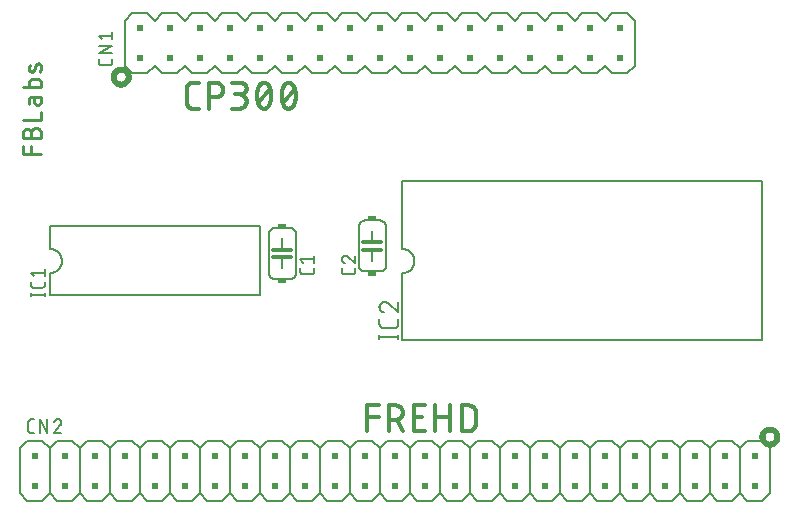
<source format=gto>
G04 EAGLE Gerber RS-274X export*
G75*
%MOMM*%
%FSLAX34Y34*%
%LPD*%
%INTop Silkscreen*%
%IPPOS*%
%AMOC8*
5,1,8,0,0,1.08239X$1,22.5*%
G01*
%ADD10C,0.355600*%
%ADD11C,0.254000*%
%ADD12C,0.508000*%
%ADD13C,0.152400*%
%ADD14R,0.508000X0.508000*%
%ADD15C,0.127000*%
%ADD16C,0.177800*%
%ADD17C,0.304800*%
%ADD18R,0.762000X0.381000*%


D10*
X163886Y351028D02*
X159032Y351028D01*
X158893Y351030D01*
X158755Y351036D01*
X158617Y351046D01*
X158479Y351060D01*
X158341Y351077D01*
X158204Y351099D01*
X158068Y351125D01*
X157933Y351154D01*
X157798Y351187D01*
X157664Y351225D01*
X157532Y351266D01*
X157401Y351310D01*
X157271Y351359D01*
X157142Y351411D01*
X157016Y351467D01*
X156890Y351526D01*
X156767Y351589D01*
X156645Y351655D01*
X156525Y351725D01*
X156408Y351799D01*
X156292Y351875D01*
X156179Y351955D01*
X156068Y352038D01*
X155959Y352124D01*
X155853Y352214D01*
X155750Y352306D01*
X155649Y352401D01*
X155551Y352499D01*
X155456Y352600D01*
X155364Y352703D01*
X155274Y352809D01*
X155188Y352918D01*
X155105Y353029D01*
X155025Y353142D01*
X154949Y353258D01*
X154875Y353375D01*
X154805Y353495D01*
X154739Y353617D01*
X154676Y353740D01*
X154617Y353866D01*
X154561Y353992D01*
X154509Y354121D01*
X154460Y354251D01*
X154416Y354382D01*
X154375Y354514D01*
X154337Y354648D01*
X154304Y354783D01*
X154275Y354918D01*
X154249Y355054D01*
X154227Y355191D01*
X154210Y355329D01*
X154196Y355467D01*
X154186Y355605D01*
X154180Y355743D01*
X154178Y355882D01*
X154178Y368018D01*
X154180Y368157D01*
X154186Y368295D01*
X154196Y368433D01*
X154210Y368571D01*
X154227Y368709D01*
X154249Y368846D01*
X154275Y368982D01*
X154304Y369117D01*
X154337Y369252D01*
X154375Y369386D01*
X154416Y369518D01*
X154460Y369649D01*
X154509Y369779D01*
X154561Y369908D01*
X154617Y370034D01*
X154676Y370160D01*
X154739Y370283D01*
X154805Y370405D01*
X154875Y370525D01*
X154949Y370642D01*
X155025Y370758D01*
X155105Y370871D01*
X155188Y370982D01*
X155274Y371091D01*
X155364Y371197D01*
X155456Y371300D01*
X155551Y371401D01*
X155649Y371499D01*
X155750Y371594D01*
X155853Y371686D01*
X155959Y371776D01*
X156068Y371862D01*
X156179Y371945D01*
X156292Y372025D01*
X156408Y372101D01*
X156525Y372175D01*
X156645Y372245D01*
X156767Y372311D01*
X156890Y372374D01*
X157016Y372433D01*
X157142Y372489D01*
X157271Y372541D01*
X157401Y372590D01*
X157532Y372634D01*
X157664Y372675D01*
X157798Y372713D01*
X157933Y372746D01*
X158068Y372775D01*
X158204Y372801D01*
X158341Y372823D01*
X158479Y372840D01*
X158617Y372854D01*
X158755Y372864D01*
X158893Y372870D01*
X159032Y372872D01*
X163886Y372872D01*
X172599Y372872D02*
X172599Y351028D01*
X172599Y372872D02*
X178667Y372872D01*
X178822Y372870D01*
X178977Y372864D01*
X179132Y372854D01*
X179286Y372840D01*
X179440Y372823D01*
X179593Y372801D01*
X179746Y372775D01*
X179898Y372746D01*
X180050Y372712D01*
X180200Y372675D01*
X180349Y372634D01*
X180498Y372589D01*
X180645Y372541D01*
X180791Y372488D01*
X180935Y372432D01*
X181078Y372372D01*
X181220Y372309D01*
X181359Y372242D01*
X181497Y372171D01*
X181634Y372097D01*
X181768Y372020D01*
X181900Y371939D01*
X182030Y371855D01*
X182158Y371767D01*
X182284Y371676D01*
X182407Y371582D01*
X182528Y371485D01*
X182646Y371385D01*
X182762Y371282D01*
X182875Y371176D01*
X182985Y371067D01*
X183093Y370956D01*
X183197Y370841D01*
X183299Y370724D01*
X183397Y370605D01*
X183493Y370483D01*
X183585Y370358D01*
X183674Y370231D01*
X183760Y370102D01*
X183843Y369971D01*
X183922Y369838D01*
X183998Y369703D01*
X184070Y369566D01*
X184139Y369427D01*
X184204Y369286D01*
X184266Y369144D01*
X184324Y369000D01*
X184378Y368855D01*
X184428Y368709D01*
X184475Y368561D01*
X184518Y368412D01*
X184557Y368262D01*
X184593Y368111D01*
X184624Y367959D01*
X184652Y367807D01*
X184675Y367654D01*
X184695Y367500D01*
X184711Y367346D01*
X184723Y367191D01*
X184731Y367036D01*
X184735Y366881D01*
X184735Y366727D01*
X184731Y366572D01*
X184723Y366417D01*
X184711Y366262D01*
X184695Y366108D01*
X184675Y365954D01*
X184652Y365801D01*
X184624Y365649D01*
X184593Y365497D01*
X184557Y365346D01*
X184518Y365196D01*
X184475Y365047D01*
X184428Y364899D01*
X184378Y364753D01*
X184324Y364608D01*
X184266Y364464D01*
X184204Y364322D01*
X184139Y364181D01*
X184070Y364042D01*
X183998Y363905D01*
X183922Y363770D01*
X183843Y363637D01*
X183760Y363506D01*
X183674Y363377D01*
X183585Y363250D01*
X183493Y363125D01*
X183397Y363003D01*
X183299Y362884D01*
X183197Y362767D01*
X183093Y362652D01*
X182985Y362541D01*
X182875Y362432D01*
X182762Y362326D01*
X182646Y362223D01*
X182528Y362123D01*
X182407Y362026D01*
X182284Y361932D01*
X182158Y361841D01*
X182030Y361753D01*
X181900Y361669D01*
X181768Y361588D01*
X181634Y361511D01*
X181497Y361437D01*
X181359Y361366D01*
X181220Y361299D01*
X181078Y361236D01*
X180935Y361176D01*
X180791Y361120D01*
X180645Y361067D01*
X180498Y361019D01*
X180349Y360974D01*
X180200Y360933D01*
X180050Y360896D01*
X179898Y360862D01*
X179746Y360833D01*
X179593Y360807D01*
X179440Y360785D01*
X179286Y360768D01*
X179132Y360754D01*
X178977Y360744D01*
X178822Y360738D01*
X178667Y360736D01*
X172599Y360736D01*
X192501Y351028D02*
X198569Y351028D01*
X198724Y351030D01*
X198879Y351036D01*
X199034Y351046D01*
X199188Y351060D01*
X199342Y351077D01*
X199495Y351099D01*
X199648Y351125D01*
X199800Y351154D01*
X199952Y351188D01*
X200102Y351225D01*
X200251Y351266D01*
X200400Y351311D01*
X200547Y351359D01*
X200693Y351412D01*
X200837Y351468D01*
X200980Y351528D01*
X201122Y351591D01*
X201261Y351658D01*
X201399Y351729D01*
X201536Y351803D01*
X201670Y351880D01*
X201802Y351961D01*
X201932Y352045D01*
X202060Y352133D01*
X202186Y352224D01*
X202309Y352318D01*
X202430Y352415D01*
X202548Y352515D01*
X202664Y352618D01*
X202777Y352724D01*
X202887Y352833D01*
X202995Y352944D01*
X203099Y353059D01*
X203201Y353176D01*
X203299Y353295D01*
X203395Y353417D01*
X203487Y353542D01*
X203576Y353669D01*
X203662Y353798D01*
X203745Y353929D01*
X203824Y354062D01*
X203900Y354197D01*
X203972Y354334D01*
X204041Y354473D01*
X204106Y354614D01*
X204168Y354756D01*
X204226Y354900D01*
X204280Y355045D01*
X204330Y355191D01*
X204377Y355339D01*
X204420Y355488D01*
X204459Y355638D01*
X204495Y355789D01*
X204526Y355941D01*
X204554Y356093D01*
X204577Y356246D01*
X204597Y356400D01*
X204613Y356554D01*
X204625Y356709D01*
X204633Y356864D01*
X204637Y357019D01*
X204637Y357173D01*
X204633Y357328D01*
X204625Y357483D01*
X204613Y357638D01*
X204597Y357792D01*
X204577Y357946D01*
X204554Y358099D01*
X204526Y358251D01*
X204495Y358403D01*
X204459Y358554D01*
X204420Y358704D01*
X204377Y358853D01*
X204330Y359001D01*
X204280Y359147D01*
X204226Y359292D01*
X204168Y359436D01*
X204106Y359578D01*
X204041Y359719D01*
X203972Y359858D01*
X203900Y359995D01*
X203824Y360130D01*
X203745Y360263D01*
X203662Y360394D01*
X203576Y360523D01*
X203487Y360650D01*
X203395Y360775D01*
X203299Y360897D01*
X203201Y361016D01*
X203099Y361133D01*
X202995Y361248D01*
X202887Y361359D01*
X202777Y361468D01*
X202664Y361574D01*
X202548Y361677D01*
X202430Y361777D01*
X202309Y361874D01*
X202186Y361968D01*
X202060Y362059D01*
X201932Y362147D01*
X201802Y362231D01*
X201670Y362312D01*
X201536Y362389D01*
X201399Y362463D01*
X201261Y362534D01*
X201122Y362601D01*
X200980Y362664D01*
X200837Y362724D01*
X200693Y362780D01*
X200547Y362833D01*
X200400Y362881D01*
X200251Y362926D01*
X200102Y362967D01*
X199952Y363004D01*
X199800Y363038D01*
X199648Y363067D01*
X199495Y363093D01*
X199342Y363115D01*
X199188Y363132D01*
X199034Y363146D01*
X198879Y363156D01*
X198724Y363162D01*
X198569Y363164D01*
X199782Y372872D02*
X192501Y372872D01*
X199782Y372872D02*
X199921Y372870D01*
X200059Y372864D01*
X200197Y372854D01*
X200335Y372840D01*
X200473Y372823D01*
X200610Y372801D01*
X200746Y372775D01*
X200881Y372746D01*
X201016Y372713D01*
X201150Y372675D01*
X201282Y372634D01*
X201413Y372590D01*
X201543Y372541D01*
X201672Y372489D01*
X201798Y372433D01*
X201924Y372374D01*
X202047Y372311D01*
X202169Y372245D01*
X202289Y372175D01*
X202406Y372101D01*
X202522Y372025D01*
X202635Y371945D01*
X202746Y371862D01*
X202855Y371776D01*
X202961Y371686D01*
X203064Y371594D01*
X203165Y371499D01*
X203263Y371401D01*
X203358Y371300D01*
X203450Y371197D01*
X203540Y371091D01*
X203626Y370982D01*
X203709Y370871D01*
X203789Y370758D01*
X203865Y370642D01*
X203939Y370525D01*
X204009Y370405D01*
X204075Y370283D01*
X204138Y370160D01*
X204197Y370034D01*
X204253Y369908D01*
X204305Y369779D01*
X204354Y369649D01*
X204398Y369518D01*
X204439Y369386D01*
X204477Y369252D01*
X204510Y369117D01*
X204539Y368982D01*
X204565Y368846D01*
X204587Y368709D01*
X204604Y368571D01*
X204618Y368433D01*
X204628Y368295D01*
X204634Y368157D01*
X204636Y368018D01*
X204634Y367879D01*
X204628Y367741D01*
X204618Y367603D01*
X204604Y367465D01*
X204587Y367327D01*
X204565Y367190D01*
X204539Y367054D01*
X204510Y366919D01*
X204477Y366784D01*
X204439Y366650D01*
X204398Y366518D01*
X204354Y366387D01*
X204305Y366257D01*
X204253Y366128D01*
X204197Y366002D01*
X204138Y365876D01*
X204075Y365753D01*
X204009Y365631D01*
X203939Y365511D01*
X203865Y365394D01*
X203789Y365278D01*
X203709Y365165D01*
X203626Y365054D01*
X203540Y364945D01*
X203450Y364839D01*
X203358Y364736D01*
X203263Y364635D01*
X203165Y364537D01*
X203064Y364442D01*
X202961Y364350D01*
X202855Y364260D01*
X202746Y364174D01*
X202635Y364091D01*
X202522Y364011D01*
X202406Y363935D01*
X202289Y363861D01*
X202169Y363791D01*
X202047Y363725D01*
X201924Y363662D01*
X201798Y363603D01*
X201672Y363547D01*
X201543Y363495D01*
X201413Y363446D01*
X201282Y363402D01*
X201150Y363361D01*
X201016Y363323D01*
X200881Y363290D01*
X200746Y363261D01*
X200610Y363235D01*
X200473Y363213D01*
X200335Y363196D01*
X200197Y363182D01*
X200059Y363172D01*
X199921Y363166D01*
X199782Y363164D01*
X194928Y363164D01*
X213380Y361950D02*
X213385Y362380D01*
X213401Y362809D01*
X213426Y363238D01*
X213462Y363666D01*
X213508Y364094D01*
X213564Y364520D01*
X213631Y364944D01*
X213707Y365367D01*
X213794Y365788D01*
X213891Y366207D01*
X213997Y366623D01*
X214114Y367037D01*
X214240Y367447D01*
X214376Y367855D01*
X214522Y368259D01*
X214677Y368660D01*
X214842Y369057D01*
X215017Y369450D01*
X215200Y369838D01*
X215245Y369963D01*
X215293Y370086D01*
X215345Y370208D01*
X215401Y370329D01*
X215460Y370447D01*
X215523Y370564D01*
X215589Y370679D01*
X215659Y370792D01*
X215731Y370903D01*
X215807Y371011D01*
X215887Y371118D01*
X215969Y371222D01*
X216054Y371323D01*
X216143Y371422D01*
X216234Y371518D01*
X216328Y371612D01*
X216425Y371703D01*
X216524Y371790D01*
X216626Y371875D01*
X216730Y371957D01*
X216837Y372036D01*
X216946Y372111D01*
X217057Y372183D01*
X217171Y372252D01*
X217286Y372318D01*
X217403Y372380D01*
X217522Y372439D01*
X217643Y372494D01*
X217765Y372545D01*
X217889Y372593D01*
X218014Y372637D01*
X218140Y372678D01*
X218267Y372714D01*
X218396Y372747D01*
X218525Y372776D01*
X218655Y372802D01*
X218786Y372823D01*
X218918Y372841D01*
X219050Y372854D01*
X219182Y372864D01*
X219314Y372870D01*
X219447Y372872D01*
X219580Y372870D01*
X219712Y372864D01*
X219844Y372854D01*
X219976Y372841D01*
X220108Y372823D01*
X220239Y372802D01*
X220369Y372776D01*
X220498Y372747D01*
X220627Y372714D01*
X220754Y372678D01*
X220880Y372637D01*
X221005Y372593D01*
X221129Y372545D01*
X221251Y372494D01*
X221372Y372439D01*
X221491Y372380D01*
X221608Y372318D01*
X221723Y372252D01*
X221837Y372183D01*
X221948Y372111D01*
X222057Y372036D01*
X222164Y371957D01*
X222268Y371875D01*
X222370Y371790D01*
X222469Y371703D01*
X222566Y371612D01*
X222660Y371518D01*
X222751Y371422D01*
X222840Y371323D01*
X222925Y371222D01*
X223007Y371118D01*
X223087Y371011D01*
X223163Y370903D01*
X223235Y370792D01*
X223305Y370679D01*
X223371Y370564D01*
X223434Y370447D01*
X223493Y370329D01*
X223549Y370208D01*
X223601Y370086D01*
X223649Y369963D01*
X223694Y369838D01*
X223695Y369838D02*
X223878Y369450D01*
X224053Y369057D01*
X224218Y368660D01*
X224373Y368259D01*
X224519Y367855D01*
X224655Y367447D01*
X224781Y367037D01*
X224898Y366623D01*
X225004Y366207D01*
X225101Y365788D01*
X225188Y365367D01*
X225264Y364944D01*
X225331Y364520D01*
X225387Y364094D01*
X225433Y363666D01*
X225469Y363238D01*
X225494Y362809D01*
X225510Y362380D01*
X225515Y361950D01*
X213380Y361950D02*
X213385Y361520D01*
X213401Y361091D01*
X213426Y360662D01*
X213462Y360234D01*
X213508Y359806D01*
X213564Y359380D01*
X213631Y358956D01*
X213707Y358533D01*
X213794Y358112D01*
X213891Y357693D01*
X213997Y357277D01*
X214114Y356863D01*
X214240Y356453D01*
X214376Y356045D01*
X214522Y355641D01*
X214677Y355240D01*
X214842Y354843D01*
X215017Y354451D01*
X215200Y354062D01*
X215245Y353937D01*
X215293Y353814D01*
X215345Y353692D01*
X215401Y353571D01*
X215460Y353453D01*
X215523Y353336D01*
X215589Y353221D01*
X215659Y353108D01*
X215731Y352997D01*
X215808Y352889D01*
X215887Y352782D01*
X215969Y352678D01*
X216054Y352577D01*
X216143Y352478D01*
X216234Y352382D01*
X216328Y352288D01*
X216425Y352197D01*
X216524Y352110D01*
X216626Y352025D01*
X216730Y351943D01*
X216837Y351864D01*
X216946Y351789D01*
X217058Y351717D01*
X217171Y351648D01*
X217286Y351582D01*
X217403Y351520D01*
X217522Y351461D01*
X217643Y351406D01*
X217765Y351355D01*
X217889Y351307D01*
X218014Y351263D01*
X218140Y351222D01*
X218267Y351186D01*
X218396Y351153D01*
X218525Y351124D01*
X218655Y351098D01*
X218786Y351077D01*
X218918Y351059D01*
X219050Y351046D01*
X219182Y351036D01*
X219314Y351030D01*
X219447Y351028D01*
X223695Y354062D02*
X223878Y354451D01*
X224053Y354843D01*
X224218Y355240D01*
X224373Y355641D01*
X224519Y356045D01*
X224655Y356453D01*
X224781Y356863D01*
X224898Y357277D01*
X225004Y357693D01*
X225101Y358112D01*
X225188Y358533D01*
X225264Y358956D01*
X225331Y359380D01*
X225387Y359806D01*
X225433Y360234D01*
X225469Y360662D01*
X225494Y361091D01*
X225510Y361520D01*
X225515Y361950D01*
X223694Y354062D02*
X223649Y353937D01*
X223601Y353814D01*
X223549Y353692D01*
X223493Y353571D01*
X223434Y353453D01*
X223371Y353336D01*
X223305Y353221D01*
X223235Y353108D01*
X223163Y352997D01*
X223086Y352889D01*
X223007Y352782D01*
X222925Y352678D01*
X222840Y352577D01*
X222751Y352478D01*
X222660Y352382D01*
X222566Y352288D01*
X222469Y352197D01*
X222370Y352110D01*
X222268Y352025D01*
X222164Y351943D01*
X222057Y351864D01*
X221948Y351789D01*
X221836Y351717D01*
X221723Y351648D01*
X221608Y351582D01*
X221491Y351520D01*
X221372Y351461D01*
X221251Y351406D01*
X221129Y351355D01*
X221005Y351307D01*
X220880Y351263D01*
X220754Y351222D01*
X220627Y351186D01*
X220498Y351153D01*
X220369Y351124D01*
X220239Y351098D01*
X220108Y351077D01*
X219976Y351059D01*
X219844Y351046D01*
X219712Y351036D01*
X219580Y351030D01*
X219447Y351028D01*
X214593Y355882D02*
X224302Y368018D01*
X234258Y361950D02*
X234263Y362380D01*
X234279Y362809D01*
X234304Y363238D01*
X234340Y363666D01*
X234386Y364094D01*
X234442Y364520D01*
X234509Y364944D01*
X234585Y365367D01*
X234672Y365788D01*
X234769Y366207D01*
X234875Y366623D01*
X234992Y367037D01*
X235118Y367447D01*
X235254Y367855D01*
X235400Y368259D01*
X235555Y368660D01*
X235720Y369057D01*
X235895Y369450D01*
X236078Y369838D01*
X236079Y369838D02*
X236124Y369963D01*
X236172Y370086D01*
X236224Y370208D01*
X236280Y370329D01*
X236339Y370447D01*
X236402Y370564D01*
X236468Y370679D01*
X236538Y370792D01*
X236610Y370903D01*
X236686Y371011D01*
X236766Y371118D01*
X236848Y371222D01*
X236933Y371323D01*
X237022Y371422D01*
X237113Y371518D01*
X237207Y371612D01*
X237304Y371703D01*
X237403Y371790D01*
X237505Y371875D01*
X237609Y371957D01*
X237716Y372036D01*
X237825Y372111D01*
X237936Y372183D01*
X238050Y372252D01*
X238165Y372318D01*
X238282Y372380D01*
X238401Y372439D01*
X238522Y372494D01*
X238644Y372545D01*
X238768Y372593D01*
X238893Y372637D01*
X239019Y372678D01*
X239146Y372714D01*
X239275Y372747D01*
X239404Y372776D01*
X239534Y372802D01*
X239665Y372823D01*
X239797Y372841D01*
X239929Y372854D01*
X240061Y372864D01*
X240193Y372870D01*
X240326Y372872D01*
X240459Y372870D01*
X240591Y372864D01*
X240723Y372854D01*
X240855Y372841D01*
X240987Y372823D01*
X241118Y372802D01*
X241248Y372776D01*
X241377Y372747D01*
X241506Y372714D01*
X241633Y372678D01*
X241759Y372637D01*
X241884Y372593D01*
X242008Y372545D01*
X242130Y372494D01*
X242251Y372439D01*
X242370Y372380D01*
X242487Y372318D01*
X242602Y372252D01*
X242716Y372183D01*
X242827Y372111D01*
X242936Y372036D01*
X243043Y371957D01*
X243147Y371875D01*
X243249Y371790D01*
X243348Y371703D01*
X243445Y371612D01*
X243539Y371518D01*
X243630Y371422D01*
X243719Y371323D01*
X243804Y371222D01*
X243886Y371118D01*
X243966Y371011D01*
X244042Y370903D01*
X244114Y370792D01*
X244184Y370679D01*
X244250Y370564D01*
X244313Y370447D01*
X244372Y370329D01*
X244428Y370208D01*
X244480Y370086D01*
X244528Y369963D01*
X244573Y369838D01*
X244574Y369838D02*
X244757Y369450D01*
X244932Y369057D01*
X245097Y368660D01*
X245252Y368259D01*
X245398Y367855D01*
X245534Y367447D01*
X245660Y367037D01*
X245777Y366623D01*
X245883Y366207D01*
X245980Y365788D01*
X246067Y365367D01*
X246143Y364944D01*
X246210Y364520D01*
X246266Y364094D01*
X246312Y363666D01*
X246348Y363238D01*
X246373Y362809D01*
X246389Y362380D01*
X246394Y361950D01*
X234259Y361950D02*
X234264Y361520D01*
X234280Y361091D01*
X234305Y360662D01*
X234341Y360234D01*
X234387Y359806D01*
X234443Y359380D01*
X234510Y358956D01*
X234586Y358533D01*
X234673Y358112D01*
X234770Y357693D01*
X234876Y357277D01*
X234993Y356863D01*
X235119Y356453D01*
X235255Y356045D01*
X235401Y355641D01*
X235556Y355240D01*
X235721Y354843D01*
X235896Y354451D01*
X236079Y354062D01*
X236124Y353937D01*
X236172Y353814D01*
X236224Y353692D01*
X236280Y353571D01*
X236339Y353453D01*
X236402Y353336D01*
X236468Y353221D01*
X236538Y353108D01*
X236610Y352997D01*
X236687Y352889D01*
X236766Y352782D01*
X236848Y352678D01*
X236933Y352577D01*
X237022Y352478D01*
X237113Y352382D01*
X237207Y352288D01*
X237304Y352197D01*
X237403Y352110D01*
X237505Y352025D01*
X237609Y351943D01*
X237716Y351864D01*
X237825Y351789D01*
X237937Y351717D01*
X238050Y351648D01*
X238165Y351582D01*
X238282Y351520D01*
X238401Y351461D01*
X238522Y351406D01*
X238644Y351355D01*
X238768Y351307D01*
X238893Y351263D01*
X239019Y351222D01*
X239146Y351186D01*
X239275Y351153D01*
X239404Y351124D01*
X239534Y351098D01*
X239665Y351077D01*
X239797Y351059D01*
X239929Y351046D01*
X240061Y351036D01*
X240193Y351030D01*
X240326Y351028D01*
X244574Y354062D02*
X244757Y354451D01*
X244932Y354843D01*
X245097Y355240D01*
X245252Y355641D01*
X245398Y356045D01*
X245534Y356453D01*
X245660Y356863D01*
X245777Y357277D01*
X245883Y357693D01*
X245980Y358112D01*
X246067Y358533D01*
X246143Y358956D01*
X246210Y359380D01*
X246266Y359806D01*
X246312Y360234D01*
X246348Y360662D01*
X246373Y361091D01*
X246389Y361520D01*
X246394Y361950D01*
X244573Y354062D02*
X244528Y353937D01*
X244480Y353814D01*
X244428Y353692D01*
X244372Y353571D01*
X244313Y353453D01*
X244250Y353336D01*
X244184Y353221D01*
X244114Y353108D01*
X244042Y352997D01*
X243965Y352889D01*
X243886Y352782D01*
X243804Y352678D01*
X243719Y352577D01*
X243630Y352478D01*
X243539Y352382D01*
X243445Y352288D01*
X243348Y352197D01*
X243249Y352110D01*
X243147Y352025D01*
X243043Y351943D01*
X242936Y351864D01*
X242827Y351789D01*
X242715Y351717D01*
X242602Y351648D01*
X242487Y351582D01*
X242370Y351520D01*
X242251Y351461D01*
X242130Y351406D01*
X242008Y351355D01*
X241884Y351307D01*
X241759Y351263D01*
X241633Y351222D01*
X241506Y351186D01*
X241377Y351153D01*
X241248Y351124D01*
X241118Y351098D01*
X240987Y351077D01*
X240855Y351059D01*
X240723Y351046D01*
X240591Y351036D01*
X240459Y351030D01*
X240326Y351028D01*
X235472Y355882D02*
X245180Y368018D01*
X306578Y99822D02*
X306578Y77978D01*
X306578Y99822D02*
X316286Y99822D01*
X316286Y90114D02*
X306578Y90114D01*
X324748Y99822D02*
X324748Y77978D01*
X324748Y99822D02*
X330816Y99822D01*
X330971Y99820D01*
X331126Y99814D01*
X331281Y99804D01*
X331435Y99790D01*
X331589Y99773D01*
X331742Y99751D01*
X331895Y99725D01*
X332047Y99696D01*
X332199Y99662D01*
X332349Y99625D01*
X332498Y99584D01*
X332647Y99539D01*
X332794Y99491D01*
X332940Y99438D01*
X333084Y99382D01*
X333227Y99322D01*
X333369Y99259D01*
X333508Y99192D01*
X333646Y99121D01*
X333783Y99047D01*
X333917Y98970D01*
X334049Y98889D01*
X334179Y98805D01*
X334307Y98717D01*
X334433Y98626D01*
X334556Y98532D01*
X334677Y98435D01*
X334795Y98335D01*
X334911Y98232D01*
X335024Y98126D01*
X335134Y98017D01*
X335242Y97906D01*
X335346Y97791D01*
X335448Y97674D01*
X335546Y97555D01*
X335642Y97433D01*
X335734Y97308D01*
X335823Y97181D01*
X335909Y97052D01*
X335992Y96921D01*
X336071Y96788D01*
X336147Y96653D01*
X336219Y96516D01*
X336288Y96377D01*
X336353Y96236D01*
X336415Y96094D01*
X336473Y95950D01*
X336527Y95805D01*
X336577Y95659D01*
X336624Y95511D01*
X336667Y95362D01*
X336706Y95212D01*
X336742Y95061D01*
X336773Y94909D01*
X336801Y94757D01*
X336824Y94604D01*
X336844Y94450D01*
X336860Y94296D01*
X336872Y94141D01*
X336880Y93986D01*
X336884Y93831D01*
X336884Y93677D01*
X336880Y93522D01*
X336872Y93367D01*
X336860Y93212D01*
X336844Y93058D01*
X336824Y92904D01*
X336801Y92751D01*
X336773Y92599D01*
X336742Y92447D01*
X336706Y92296D01*
X336667Y92146D01*
X336624Y91997D01*
X336577Y91849D01*
X336527Y91703D01*
X336473Y91558D01*
X336415Y91414D01*
X336353Y91272D01*
X336288Y91131D01*
X336219Y90992D01*
X336147Y90855D01*
X336071Y90720D01*
X335992Y90587D01*
X335909Y90456D01*
X335823Y90327D01*
X335734Y90200D01*
X335642Y90075D01*
X335546Y89953D01*
X335448Y89834D01*
X335346Y89717D01*
X335242Y89602D01*
X335134Y89491D01*
X335024Y89382D01*
X334911Y89276D01*
X334795Y89173D01*
X334677Y89073D01*
X334556Y88976D01*
X334433Y88882D01*
X334307Y88791D01*
X334179Y88703D01*
X334049Y88619D01*
X333917Y88538D01*
X333783Y88461D01*
X333646Y88387D01*
X333508Y88316D01*
X333369Y88249D01*
X333227Y88186D01*
X333084Y88126D01*
X332940Y88070D01*
X332794Y88017D01*
X332647Y87969D01*
X332498Y87924D01*
X332349Y87883D01*
X332199Y87846D01*
X332047Y87812D01*
X331895Y87783D01*
X331742Y87757D01*
X331589Y87735D01*
X331435Y87718D01*
X331281Y87704D01*
X331126Y87694D01*
X330971Y87688D01*
X330816Y87686D01*
X324748Y87686D01*
X332029Y87686D02*
X336883Y77978D01*
X346248Y77978D02*
X355956Y77978D01*
X346248Y77978D02*
X346248Y99822D01*
X355956Y99822D01*
X353529Y90114D02*
X346248Y90114D01*
X364296Y99822D02*
X364296Y77978D01*
X364296Y90114D02*
X376432Y90114D01*
X376432Y99822D02*
X376432Y77978D01*
X386567Y77978D02*
X386567Y99822D01*
X392635Y99822D01*
X392789Y99820D01*
X392942Y99814D01*
X393096Y99804D01*
X393249Y99791D01*
X393402Y99773D01*
X393554Y99752D01*
X393706Y99727D01*
X393856Y99698D01*
X394007Y99665D01*
X394156Y99628D01*
X394304Y99588D01*
X394452Y99544D01*
X394598Y99496D01*
X394742Y99444D01*
X394886Y99389D01*
X395028Y99330D01*
X395168Y99268D01*
X395307Y99202D01*
X395444Y99132D01*
X395580Y99060D01*
X395713Y98983D01*
X395845Y98904D01*
X395974Y98821D01*
X396101Y98734D01*
X396227Y98645D01*
X396349Y98552D01*
X396470Y98457D01*
X396588Y98358D01*
X396703Y98257D01*
X396816Y98152D01*
X396926Y98045D01*
X397033Y97935D01*
X397138Y97822D01*
X397239Y97707D01*
X397338Y97589D01*
X397433Y97468D01*
X397526Y97346D01*
X397615Y97220D01*
X397702Y97093D01*
X397785Y96964D01*
X397864Y96832D01*
X397941Y96699D01*
X398013Y96563D01*
X398083Y96426D01*
X398149Y96287D01*
X398211Y96147D01*
X398270Y96005D01*
X398325Y95861D01*
X398377Y95717D01*
X398425Y95571D01*
X398469Y95423D01*
X398509Y95275D01*
X398546Y95126D01*
X398579Y94975D01*
X398608Y94825D01*
X398633Y94673D01*
X398654Y94521D01*
X398672Y94368D01*
X398685Y94215D01*
X398695Y94061D01*
X398701Y93908D01*
X398703Y93754D01*
X398702Y93754D02*
X398702Y84046D01*
X398703Y84046D02*
X398701Y83892D01*
X398695Y83739D01*
X398685Y83585D01*
X398672Y83432D01*
X398654Y83279D01*
X398633Y83127D01*
X398608Y82975D01*
X398579Y82825D01*
X398546Y82674D01*
X398509Y82525D01*
X398469Y82377D01*
X398425Y82229D01*
X398377Y82083D01*
X398325Y81939D01*
X398270Y81795D01*
X398211Y81653D01*
X398149Y81513D01*
X398083Y81374D01*
X398013Y81237D01*
X397941Y81101D01*
X397864Y80968D01*
X397785Y80836D01*
X397702Y80707D01*
X397615Y80580D01*
X397526Y80454D01*
X397433Y80332D01*
X397338Y80211D01*
X397239Y80093D01*
X397138Y79978D01*
X397033Y79865D01*
X396926Y79755D01*
X396816Y79648D01*
X396703Y79543D01*
X396588Y79442D01*
X396470Y79343D01*
X396349Y79248D01*
X396227Y79155D01*
X396101Y79066D01*
X395974Y78979D01*
X395845Y78896D01*
X395713Y78817D01*
X395580Y78740D01*
X395444Y78668D01*
X395307Y78598D01*
X395168Y78532D01*
X395028Y78470D01*
X394886Y78411D01*
X394742Y78356D01*
X394598Y78304D01*
X394452Y78256D01*
X394304Y78212D01*
X394156Y78172D01*
X394007Y78135D01*
X393856Y78102D01*
X393706Y78073D01*
X393554Y78048D01*
X393402Y78027D01*
X393249Y78009D01*
X393096Y77996D01*
X392942Y77986D01*
X392789Y77980D01*
X392635Y77978D01*
X386567Y77978D01*
D11*
X30480Y312420D02*
X15240Y312420D01*
X15240Y319193D01*
X22013Y319193D02*
X22013Y312420D01*
X22013Y326222D02*
X22013Y330455D01*
X22014Y330455D02*
X22016Y330584D01*
X22022Y330713D01*
X22032Y330842D01*
X22045Y330970D01*
X22063Y331098D01*
X22085Y331225D01*
X22110Y331352D01*
X22139Y331478D01*
X22172Y331602D01*
X22209Y331726D01*
X22250Y331849D01*
X22294Y331970D01*
X22342Y332090D01*
X22394Y332208D01*
X22449Y332325D01*
X22508Y332440D01*
X22570Y332553D01*
X22636Y332664D01*
X22705Y332773D01*
X22777Y332880D01*
X22853Y332985D01*
X22932Y333087D01*
X23014Y333187D01*
X23098Y333284D01*
X23186Y333379D01*
X23277Y333471D01*
X23370Y333560D01*
X23466Y333646D01*
X23565Y333730D01*
X23666Y333810D01*
X23769Y333887D01*
X23875Y333961D01*
X23983Y334032D01*
X24093Y334099D01*
X24205Y334163D01*
X24320Y334224D01*
X24435Y334281D01*
X24553Y334334D01*
X24672Y334384D01*
X24792Y334430D01*
X24914Y334473D01*
X25038Y334512D01*
X25162Y334547D01*
X25287Y334578D01*
X25413Y334605D01*
X25540Y334629D01*
X25668Y334648D01*
X25796Y334664D01*
X25925Y334676D01*
X26053Y334684D01*
X26182Y334688D01*
X26312Y334688D01*
X26441Y334684D01*
X26569Y334676D01*
X26698Y334664D01*
X26826Y334648D01*
X26954Y334629D01*
X27081Y334605D01*
X27207Y334578D01*
X27332Y334547D01*
X27456Y334512D01*
X27580Y334473D01*
X27702Y334430D01*
X27822Y334384D01*
X27941Y334334D01*
X28059Y334281D01*
X28174Y334224D01*
X28289Y334163D01*
X28401Y334099D01*
X28511Y334032D01*
X28619Y333961D01*
X28725Y333887D01*
X28828Y333810D01*
X28929Y333730D01*
X29028Y333646D01*
X29124Y333560D01*
X29217Y333471D01*
X29308Y333379D01*
X29396Y333284D01*
X29480Y333187D01*
X29562Y333087D01*
X29641Y332985D01*
X29717Y332880D01*
X29789Y332773D01*
X29858Y332664D01*
X29924Y332553D01*
X29986Y332440D01*
X30045Y332325D01*
X30100Y332208D01*
X30152Y332090D01*
X30200Y331970D01*
X30244Y331849D01*
X30285Y331726D01*
X30322Y331602D01*
X30355Y331478D01*
X30384Y331352D01*
X30409Y331225D01*
X30431Y331098D01*
X30449Y330970D01*
X30462Y330842D01*
X30472Y330713D01*
X30478Y330584D01*
X30480Y330455D01*
X30480Y326222D01*
X15240Y326222D01*
X15240Y330455D01*
X15242Y330571D01*
X15248Y330686D01*
X15258Y330801D01*
X15272Y330916D01*
X15289Y331030D01*
X15311Y331144D01*
X15336Y331257D01*
X15366Y331369D01*
X15399Y331480D01*
X15436Y331589D01*
X15476Y331698D01*
X15520Y331804D01*
X15568Y331910D01*
X15620Y332013D01*
X15675Y332115D01*
X15733Y332215D01*
X15795Y332313D01*
X15860Y332408D01*
X15928Y332502D01*
X16000Y332592D01*
X16074Y332681D01*
X16152Y332767D01*
X16232Y332850D01*
X16315Y332930D01*
X16401Y333008D01*
X16490Y333082D01*
X16580Y333154D01*
X16674Y333222D01*
X16769Y333287D01*
X16867Y333349D01*
X16967Y333407D01*
X17069Y333462D01*
X17172Y333514D01*
X17278Y333562D01*
X17384Y333606D01*
X17493Y333646D01*
X17602Y333683D01*
X17713Y333716D01*
X17825Y333746D01*
X17938Y333771D01*
X18052Y333793D01*
X18166Y333810D01*
X18281Y333824D01*
X18396Y333834D01*
X18511Y333840D01*
X18627Y333842D01*
X18743Y333840D01*
X18858Y333834D01*
X18973Y333824D01*
X19088Y333810D01*
X19202Y333793D01*
X19316Y333771D01*
X19429Y333746D01*
X19541Y333716D01*
X19652Y333683D01*
X19761Y333646D01*
X19870Y333606D01*
X19976Y333562D01*
X20082Y333514D01*
X20185Y333462D01*
X20287Y333407D01*
X20387Y333349D01*
X20485Y333287D01*
X20580Y333222D01*
X20674Y333154D01*
X20764Y333082D01*
X20853Y333008D01*
X20939Y332930D01*
X21022Y332850D01*
X21102Y332767D01*
X21180Y332681D01*
X21254Y332592D01*
X21326Y332502D01*
X21394Y332408D01*
X21459Y332313D01*
X21521Y332215D01*
X21579Y332115D01*
X21634Y332013D01*
X21686Y331910D01*
X21734Y331804D01*
X21778Y331698D01*
X21818Y331589D01*
X21855Y331480D01*
X21888Y331369D01*
X21918Y331257D01*
X21943Y331144D01*
X21965Y331030D01*
X21982Y330916D01*
X21996Y330801D01*
X22006Y330686D01*
X22012Y330571D01*
X22014Y330455D01*
X15240Y341598D02*
X30480Y341598D01*
X30480Y348372D01*
X24553Y357247D02*
X24553Y361057D01*
X24554Y357247D02*
X24556Y357140D01*
X24562Y357033D01*
X24571Y356927D01*
X24585Y356821D01*
X24602Y356715D01*
X24623Y356610D01*
X24648Y356506D01*
X24677Y356403D01*
X24709Y356301D01*
X24745Y356200D01*
X24785Y356101D01*
X24828Y356003D01*
X24875Y355907D01*
X24925Y355812D01*
X24978Y355719D01*
X25035Y355629D01*
X25095Y355540D01*
X25158Y355454D01*
X25224Y355370D01*
X25294Y355288D01*
X25366Y355209D01*
X25441Y355133D01*
X25519Y355059D01*
X25599Y354989D01*
X25682Y354921D01*
X25767Y354856D01*
X25854Y354795D01*
X25944Y354736D01*
X26035Y354681D01*
X26129Y354629D01*
X26225Y354581D01*
X26322Y354536D01*
X26420Y354494D01*
X26520Y354457D01*
X26622Y354422D01*
X26724Y354392D01*
X26828Y354365D01*
X26932Y354342D01*
X27038Y354323D01*
X27144Y354308D01*
X27250Y354296D01*
X27357Y354288D01*
X27464Y354284D01*
X27570Y354284D01*
X27677Y354288D01*
X27784Y354296D01*
X27890Y354308D01*
X27996Y354323D01*
X28102Y354342D01*
X28206Y354365D01*
X28310Y354392D01*
X28412Y354422D01*
X28514Y354457D01*
X28614Y354494D01*
X28712Y354536D01*
X28809Y354581D01*
X28905Y354629D01*
X28998Y354681D01*
X29090Y354736D01*
X29180Y354795D01*
X29267Y354856D01*
X29352Y354921D01*
X29435Y354989D01*
X29515Y355059D01*
X29593Y355133D01*
X29668Y355209D01*
X29740Y355288D01*
X29810Y355370D01*
X29876Y355454D01*
X29939Y355540D01*
X29999Y355629D01*
X30056Y355719D01*
X30109Y355812D01*
X30159Y355907D01*
X30206Y356003D01*
X30249Y356101D01*
X30289Y356200D01*
X30325Y356301D01*
X30357Y356403D01*
X30386Y356506D01*
X30411Y356610D01*
X30432Y356715D01*
X30449Y356821D01*
X30463Y356927D01*
X30472Y357033D01*
X30478Y357140D01*
X30480Y357247D01*
X30480Y361057D01*
X22860Y361057D01*
X22760Y361055D01*
X22661Y361049D01*
X22561Y361039D01*
X22463Y361026D01*
X22364Y361008D01*
X22267Y360987D01*
X22171Y360962D01*
X22075Y360933D01*
X21981Y360900D01*
X21888Y360864D01*
X21797Y360824D01*
X21707Y360780D01*
X21619Y360733D01*
X21533Y360683D01*
X21449Y360629D01*
X21367Y360572D01*
X21288Y360512D01*
X21210Y360448D01*
X21136Y360382D01*
X21064Y360313D01*
X20995Y360241D01*
X20929Y360167D01*
X20865Y360089D01*
X20805Y360010D01*
X20748Y359928D01*
X20694Y359844D01*
X20644Y359758D01*
X20597Y359670D01*
X20553Y359580D01*
X20513Y359489D01*
X20477Y359396D01*
X20444Y359302D01*
X20415Y359206D01*
X20390Y359110D01*
X20369Y359013D01*
X20351Y358914D01*
X20338Y358816D01*
X20328Y358716D01*
X20322Y358617D01*
X20320Y358517D01*
X20320Y355131D01*
X15240Y369079D02*
X30480Y369079D01*
X30480Y373312D01*
X30478Y373412D01*
X30472Y373511D01*
X30462Y373611D01*
X30449Y373709D01*
X30431Y373808D01*
X30410Y373905D01*
X30385Y374001D01*
X30356Y374097D01*
X30323Y374191D01*
X30287Y374284D01*
X30247Y374375D01*
X30203Y374465D01*
X30156Y374553D01*
X30106Y374639D01*
X30052Y374723D01*
X29995Y374805D01*
X29935Y374884D01*
X29871Y374962D01*
X29805Y375036D01*
X29736Y375108D01*
X29664Y375177D01*
X29590Y375243D01*
X29512Y375307D01*
X29433Y375367D01*
X29351Y375424D01*
X29267Y375478D01*
X29181Y375528D01*
X29093Y375575D01*
X29003Y375619D01*
X28912Y375659D01*
X28819Y375695D01*
X28725Y375728D01*
X28629Y375757D01*
X28533Y375782D01*
X28436Y375803D01*
X28337Y375821D01*
X28239Y375834D01*
X28139Y375844D01*
X28040Y375850D01*
X27940Y375852D01*
X22860Y375852D01*
X22760Y375850D01*
X22661Y375844D01*
X22561Y375834D01*
X22463Y375821D01*
X22364Y375803D01*
X22267Y375782D01*
X22171Y375757D01*
X22075Y375728D01*
X21981Y375695D01*
X21888Y375659D01*
X21797Y375619D01*
X21707Y375575D01*
X21619Y375528D01*
X21533Y375478D01*
X21449Y375424D01*
X21367Y375367D01*
X21288Y375307D01*
X21210Y375243D01*
X21136Y375177D01*
X21064Y375108D01*
X20995Y375036D01*
X20929Y374962D01*
X20865Y374884D01*
X20805Y374805D01*
X20748Y374723D01*
X20694Y374639D01*
X20644Y374553D01*
X20597Y374465D01*
X20553Y374375D01*
X20513Y374284D01*
X20477Y374191D01*
X20444Y374097D01*
X20415Y374001D01*
X20390Y373905D01*
X20369Y373808D01*
X20351Y373709D01*
X20338Y373611D01*
X20328Y373511D01*
X20322Y373412D01*
X20320Y373312D01*
X20320Y369079D01*
X24553Y383793D02*
X26247Y388026D01*
X24553Y383793D02*
X24517Y383708D01*
X24477Y383624D01*
X24434Y383543D01*
X24388Y383463D01*
X24338Y383385D01*
X24285Y383310D01*
X24229Y383237D01*
X24170Y383166D01*
X24108Y383097D01*
X24043Y383032D01*
X23975Y382969D01*
X23905Y382909D01*
X23832Y382852D01*
X23757Y382798D01*
X23680Y382748D01*
X23601Y382700D01*
X23520Y382656D01*
X23437Y382616D01*
X23352Y382579D01*
X23266Y382546D01*
X23179Y382516D01*
X23090Y382490D01*
X23001Y382467D01*
X22910Y382449D01*
X22819Y382434D01*
X22727Y382423D01*
X22635Y382416D01*
X22543Y382413D01*
X22451Y382414D01*
X22359Y382419D01*
X22267Y382427D01*
X22175Y382439D01*
X22085Y382456D01*
X21994Y382476D01*
X21905Y382499D01*
X21817Y382527D01*
X21730Y382558D01*
X21645Y382593D01*
X21561Y382631D01*
X21479Y382673D01*
X21398Y382718D01*
X21320Y382767D01*
X21243Y382819D01*
X21169Y382874D01*
X21098Y382932D01*
X21028Y382993D01*
X20962Y383057D01*
X20898Y383124D01*
X20837Y383193D01*
X20779Y383265D01*
X20724Y383339D01*
X20672Y383415D01*
X20624Y383494D01*
X20579Y383574D01*
X20537Y383657D01*
X20499Y383741D01*
X20464Y383826D01*
X20433Y383913D01*
X20406Y384001D01*
X20382Y384090D01*
X20362Y384181D01*
X20346Y384271D01*
X20334Y384363D01*
X20325Y384455D01*
X20321Y384547D01*
X20320Y384639D01*
X20326Y384871D01*
X20338Y385101D01*
X20355Y385332D01*
X20378Y385562D01*
X20406Y385791D01*
X20440Y386020D01*
X20479Y386248D01*
X20524Y386475D01*
X20574Y386701D01*
X20629Y386925D01*
X20690Y387148D01*
X20757Y387369D01*
X20828Y387589D01*
X20905Y387807D01*
X20987Y388023D01*
X21074Y388237D01*
X21167Y388449D01*
X26247Y388026D02*
X26283Y388111D01*
X26323Y388195D01*
X26366Y388276D01*
X26412Y388356D01*
X26462Y388434D01*
X26515Y388509D01*
X26571Y388582D01*
X26630Y388653D01*
X26692Y388722D01*
X26757Y388787D01*
X26825Y388850D01*
X26895Y388910D01*
X26968Y388967D01*
X27043Y389021D01*
X27120Y389071D01*
X27199Y389119D01*
X27280Y389163D01*
X27363Y389203D01*
X27448Y389240D01*
X27534Y389273D01*
X27621Y389303D01*
X27710Y389329D01*
X27799Y389352D01*
X27890Y389370D01*
X27981Y389385D01*
X28073Y389396D01*
X28165Y389403D01*
X28257Y389406D01*
X28349Y389405D01*
X28441Y389400D01*
X28533Y389392D01*
X28625Y389380D01*
X28715Y389363D01*
X28806Y389343D01*
X28895Y389320D01*
X28983Y389292D01*
X29070Y389261D01*
X29155Y389226D01*
X29239Y389188D01*
X29321Y389146D01*
X29402Y389101D01*
X29480Y389052D01*
X29557Y389000D01*
X29631Y388945D01*
X29702Y388887D01*
X29772Y388826D01*
X29838Y388762D01*
X29902Y388695D01*
X29963Y388626D01*
X30021Y388554D01*
X30076Y388480D01*
X30128Y388404D01*
X30176Y388325D01*
X30221Y388245D01*
X30263Y388162D01*
X30301Y388078D01*
X30336Y387993D01*
X30367Y387906D01*
X30394Y387818D01*
X30418Y387729D01*
X30438Y387638D01*
X30454Y387548D01*
X30466Y387456D01*
X30475Y387364D01*
X30479Y387272D01*
X30480Y387180D01*
X30471Y386841D01*
X30454Y386501D01*
X30429Y386163D01*
X30396Y385825D01*
X30355Y385488D01*
X30306Y385151D01*
X30249Y384817D01*
X30185Y384483D01*
X30112Y384151D01*
X30032Y383822D01*
X29944Y383494D01*
X29848Y383168D01*
X29744Y382844D01*
X29633Y382523D01*
D12*
X92075Y377825D02*
X92077Y377984D01*
X92083Y378143D01*
X92093Y378301D01*
X92107Y378460D01*
X92125Y378618D01*
X92146Y378775D01*
X92172Y378932D01*
X92202Y379088D01*
X92235Y379244D01*
X92273Y379398D01*
X92314Y379552D01*
X92359Y379704D01*
X92408Y379855D01*
X92461Y380005D01*
X92517Y380154D01*
X92578Y380301D01*
X92641Y380446D01*
X92709Y380590D01*
X92780Y380733D01*
X92854Y380873D01*
X92932Y381011D01*
X93014Y381148D01*
X93099Y381282D01*
X93187Y381415D01*
X93278Y381545D01*
X93373Y381672D01*
X93471Y381797D01*
X93572Y381920D01*
X93676Y382040D01*
X93783Y382158D01*
X93893Y382273D01*
X94006Y382385D01*
X94121Y382494D01*
X94239Y382600D01*
X94360Y382704D01*
X94484Y382804D01*
X94609Y382901D01*
X94738Y382995D01*
X94868Y383085D01*
X95001Y383173D01*
X95136Y383257D01*
X95273Y383337D01*
X95412Y383415D01*
X95553Y383488D01*
X95695Y383558D01*
X95840Y383625D01*
X95986Y383688D01*
X96133Y383747D01*
X96282Y383803D01*
X96433Y383854D01*
X96584Y383902D01*
X96737Y383946D01*
X96891Y383987D01*
X97045Y384023D01*
X97201Y384056D01*
X97357Y384085D01*
X97514Y384109D01*
X97672Y384130D01*
X97830Y384147D01*
X97988Y384160D01*
X98147Y384169D01*
X98306Y384174D01*
X98465Y384175D01*
X98624Y384172D01*
X98782Y384165D01*
X98941Y384154D01*
X99099Y384139D01*
X99257Y384120D01*
X99414Y384097D01*
X99571Y384071D01*
X99727Y384040D01*
X99882Y384006D01*
X100036Y383967D01*
X100190Y383925D01*
X100342Y383879D01*
X100493Y383829D01*
X100642Y383775D01*
X100791Y383718D01*
X100937Y383657D01*
X101083Y383592D01*
X101226Y383524D01*
X101368Y383452D01*
X101508Y383376D01*
X101646Y383298D01*
X101782Y383215D01*
X101916Y383130D01*
X102047Y383041D01*
X102177Y382948D01*
X102304Y382853D01*
X102428Y382754D01*
X102551Y382652D01*
X102670Y382548D01*
X102787Y382440D01*
X102901Y382329D01*
X103012Y382216D01*
X103121Y382100D01*
X103226Y381981D01*
X103329Y381859D01*
X103428Y381735D01*
X103525Y381609D01*
X103618Y381480D01*
X103708Y381349D01*
X103794Y381215D01*
X103877Y381080D01*
X103957Y380942D01*
X104033Y380803D01*
X104106Y380662D01*
X104175Y380519D01*
X104241Y380374D01*
X104303Y380227D01*
X104361Y380080D01*
X104416Y379930D01*
X104467Y379780D01*
X104514Y379628D01*
X104557Y379475D01*
X104596Y379321D01*
X104632Y379166D01*
X104663Y379010D01*
X104691Y378854D01*
X104715Y378697D01*
X104735Y378539D01*
X104751Y378381D01*
X104763Y378222D01*
X104771Y378063D01*
X104775Y377904D01*
X104775Y377746D01*
X104771Y377587D01*
X104763Y377428D01*
X104751Y377269D01*
X104735Y377111D01*
X104715Y376953D01*
X104691Y376796D01*
X104663Y376640D01*
X104632Y376484D01*
X104596Y376329D01*
X104557Y376175D01*
X104514Y376022D01*
X104467Y375870D01*
X104416Y375720D01*
X104361Y375570D01*
X104303Y375423D01*
X104241Y375276D01*
X104175Y375131D01*
X104106Y374988D01*
X104033Y374847D01*
X103957Y374708D01*
X103877Y374570D01*
X103794Y374435D01*
X103708Y374301D01*
X103618Y374170D01*
X103525Y374041D01*
X103428Y373915D01*
X103329Y373791D01*
X103226Y373669D01*
X103121Y373550D01*
X103012Y373434D01*
X102901Y373321D01*
X102787Y373210D01*
X102670Y373102D01*
X102551Y372998D01*
X102428Y372896D01*
X102304Y372797D01*
X102177Y372702D01*
X102047Y372609D01*
X101916Y372520D01*
X101782Y372435D01*
X101646Y372352D01*
X101508Y372274D01*
X101368Y372198D01*
X101226Y372126D01*
X101083Y372058D01*
X100937Y371993D01*
X100791Y371932D01*
X100642Y371875D01*
X100493Y371821D01*
X100342Y371771D01*
X100190Y371725D01*
X100036Y371683D01*
X99882Y371644D01*
X99727Y371610D01*
X99571Y371579D01*
X99414Y371553D01*
X99257Y371530D01*
X99099Y371511D01*
X98941Y371496D01*
X98782Y371485D01*
X98624Y371478D01*
X98465Y371475D01*
X98306Y371476D01*
X98147Y371481D01*
X97988Y371490D01*
X97830Y371503D01*
X97672Y371520D01*
X97514Y371541D01*
X97357Y371565D01*
X97201Y371594D01*
X97045Y371627D01*
X96891Y371663D01*
X96737Y371704D01*
X96584Y371748D01*
X96433Y371796D01*
X96282Y371847D01*
X96133Y371903D01*
X95986Y371962D01*
X95840Y372025D01*
X95695Y372092D01*
X95553Y372162D01*
X95412Y372235D01*
X95273Y372313D01*
X95136Y372393D01*
X95001Y372477D01*
X94868Y372565D01*
X94738Y372655D01*
X94609Y372749D01*
X94484Y372846D01*
X94360Y372946D01*
X94239Y373050D01*
X94121Y373156D01*
X94006Y373265D01*
X93893Y373377D01*
X93783Y373492D01*
X93676Y373610D01*
X93572Y373730D01*
X93471Y373853D01*
X93373Y373978D01*
X93278Y374105D01*
X93187Y374235D01*
X93099Y374368D01*
X93014Y374502D01*
X92932Y374639D01*
X92854Y374777D01*
X92780Y374917D01*
X92709Y375060D01*
X92641Y375204D01*
X92578Y375349D01*
X92517Y375496D01*
X92461Y375645D01*
X92408Y375795D01*
X92359Y375946D01*
X92314Y376098D01*
X92273Y376252D01*
X92235Y376406D01*
X92202Y376562D01*
X92172Y376718D01*
X92146Y376875D01*
X92125Y377032D01*
X92107Y377190D01*
X92093Y377349D01*
X92083Y377507D01*
X92077Y377666D01*
X92075Y377825D01*
X641350Y73025D02*
X641352Y73184D01*
X641358Y73343D01*
X641368Y73501D01*
X641382Y73660D01*
X641400Y73818D01*
X641421Y73975D01*
X641447Y74132D01*
X641477Y74288D01*
X641510Y74444D01*
X641548Y74598D01*
X641589Y74752D01*
X641634Y74904D01*
X641683Y75055D01*
X641736Y75205D01*
X641792Y75354D01*
X641853Y75501D01*
X641916Y75646D01*
X641984Y75790D01*
X642055Y75933D01*
X642129Y76073D01*
X642207Y76211D01*
X642289Y76348D01*
X642374Y76482D01*
X642462Y76615D01*
X642553Y76745D01*
X642648Y76872D01*
X642746Y76997D01*
X642847Y77120D01*
X642951Y77240D01*
X643058Y77358D01*
X643168Y77473D01*
X643281Y77585D01*
X643396Y77694D01*
X643514Y77800D01*
X643635Y77904D01*
X643759Y78004D01*
X643884Y78101D01*
X644013Y78195D01*
X644143Y78285D01*
X644276Y78373D01*
X644411Y78457D01*
X644548Y78537D01*
X644687Y78615D01*
X644828Y78688D01*
X644970Y78758D01*
X645115Y78825D01*
X645261Y78888D01*
X645408Y78947D01*
X645557Y79003D01*
X645708Y79054D01*
X645859Y79102D01*
X646012Y79146D01*
X646166Y79187D01*
X646320Y79223D01*
X646476Y79256D01*
X646632Y79285D01*
X646789Y79309D01*
X646947Y79330D01*
X647105Y79347D01*
X647263Y79360D01*
X647422Y79369D01*
X647581Y79374D01*
X647740Y79375D01*
X647899Y79372D01*
X648057Y79365D01*
X648216Y79354D01*
X648374Y79339D01*
X648532Y79320D01*
X648689Y79297D01*
X648846Y79271D01*
X649002Y79240D01*
X649157Y79206D01*
X649311Y79167D01*
X649465Y79125D01*
X649617Y79079D01*
X649768Y79029D01*
X649917Y78975D01*
X650066Y78918D01*
X650212Y78857D01*
X650358Y78792D01*
X650501Y78724D01*
X650643Y78652D01*
X650783Y78576D01*
X650921Y78498D01*
X651057Y78415D01*
X651191Y78330D01*
X651322Y78241D01*
X651452Y78148D01*
X651579Y78053D01*
X651703Y77954D01*
X651826Y77852D01*
X651945Y77748D01*
X652062Y77640D01*
X652176Y77529D01*
X652287Y77416D01*
X652396Y77300D01*
X652501Y77181D01*
X652604Y77059D01*
X652703Y76935D01*
X652800Y76809D01*
X652893Y76680D01*
X652983Y76549D01*
X653069Y76415D01*
X653152Y76280D01*
X653232Y76142D01*
X653308Y76003D01*
X653381Y75862D01*
X653450Y75719D01*
X653516Y75574D01*
X653578Y75427D01*
X653636Y75280D01*
X653691Y75130D01*
X653742Y74980D01*
X653789Y74828D01*
X653832Y74675D01*
X653871Y74521D01*
X653907Y74366D01*
X653938Y74210D01*
X653966Y74054D01*
X653990Y73897D01*
X654010Y73739D01*
X654026Y73581D01*
X654038Y73422D01*
X654046Y73263D01*
X654050Y73104D01*
X654050Y72946D01*
X654046Y72787D01*
X654038Y72628D01*
X654026Y72469D01*
X654010Y72311D01*
X653990Y72153D01*
X653966Y71996D01*
X653938Y71840D01*
X653907Y71684D01*
X653871Y71529D01*
X653832Y71375D01*
X653789Y71222D01*
X653742Y71070D01*
X653691Y70920D01*
X653636Y70770D01*
X653578Y70623D01*
X653516Y70476D01*
X653450Y70331D01*
X653381Y70188D01*
X653308Y70047D01*
X653232Y69908D01*
X653152Y69770D01*
X653069Y69635D01*
X652983Y69501D01*
X652893Y69370D01*
X652800Y69241D01*
X652703Y69115D01*
X652604Y68991D01*
X652501Y68869D01*
X652396Y68750D01*
X652287Y68634D01*
X652176Y68521D01*
X652062Y68410D01*
X651945Y68302D01*
X651826Y68198D01*
X651703Y68096D01*
X651579Y67997D01*
X651452Y67902D01*
X651322Y67809D01*
X651191Y67720D01*
X651057Y67635D01*
X650921Y67552D01*
X650783Y67474D01*
X650643Y67398D01*
X650501Y67326D01*
X650358Y67258D01*
X650212Y67193D01*
X650066Y67132D01*
X649917Y67075D01*
X649768Y67021D01*
X649617Y66971D01*
X649465Y66925D01*
X649311Y66883D01*
X649157Y66844D01*
X649002Y66810D01*
X648846Y66779D01*
X648689Y66753D01*
X648532Y66730D01*
X648374Y66711D01*
X648216Y66696D01*
X648057Y66685D01*
X647899Y66678D01*
X647740Y66675D01*
X647581Y66676D01*
X647422Y66681D01*
X647263Y66690D01*
X647105Y66703D01*
X646947Y66720D01*
X646789Y66741D01*
X646632Y66765D01*
X646476Y66794D01*
X646320Y66827D01*
X646166Y66863D01*
X646012Y66904D01*
X645859Y66948D01*
X645708Y66996D01*
X645557Y67047D01*
X645408Y67103D01*
X645261Y67162D01*
X645115Y67225D01*
X644970Y67292D01*
X644828Y67362D01*
X644687Y67435D01*
X644548Y67513D01*
X644411Y67593D01*
X644276Y67677D01*
X644143Y67765D01*
X644013Y67855D01*
X643884Y67949D01*
X643759Y68046D01*
X643635Y68146D01*
X643514Y68250D01*
X643396Y68356D01*
X643281Y68465D01*
X643168Y68577D01*
X643058Y68692D01*
X642951Y68810D01*
X642847Y68930D01*
X642746Y69053D01*
X642648Y69178D01*
X642553Y69305D01*
X642462Y69435D01*
X642374Y69568D01*
X642289Y69702D01*
X642207Y69839D01*
X642129Y69977D01*
X642055Y70117D01*
X641984Y70260D01*
X641916Y70404D01*
X641853Y70549D01*
X641792Y70696D01*
X641736Y70845D01*
X641683Y70995D01*
X641634Y71146D01*
X641589Y71298D01*
X641548Y71452D01*
X641510Y71606D01*
X641477Y71762D01*
X641447Y71918D01*
X641421Y72075D01*
X641400Y72232D01*
X641382Y72390D01*
X641368Y72549D01*
X641358Y72707D01*
X641352Y72866D01*
X641350Y73025D01*
D13*
X120650Y431800D02*
X107950Y431800D01*
X120650Y431800D02*
X127000Y425450D01*
X133350Y431800D01*
X146050Y431800D01*
X152400Y425450D01*
X107950Y431800D02*
X101600Y425450D01*
X152400Y425450D02*
X158750Y431800D01*
X171450Y431800D01*
X177800Y425450D01*
X184150Y431800D02*
X196850Y431800D01*
X203200Y425450D01*
X209550Y431800D01*
X222250Y431800D01*
X228600Y425450D01*
X184150Y431800D02*
X177800Y425450D01*
X228600Y425450D02*
X234950Y431800D01*
X247650Y431800D01*
X254000Y425450D01*
X127000Y387350D02*
X120650Y381000D01*
X146050Y381000D02*
X152400Y387350D01*
X146050Y381000D02*
X133350Y381000D01*
X127000Y387350D01*
X101600Y387350D02*
X101600Y425450D01*
X101600Y387350D02*
X107950Y381000D01*
X120650Y381000D01*
X171450Y381000D02*
X177800Y387350D01*
X171450Y381000D02*
X158750Y381000D01*
X152400Y387350D01*
X196850Y381000D02*
X203200Y387350D01*
X222250Y381000D02*
X228600Y387350D01*
X222250Y381000D02*
X209550Y381000D01*
X203200Y387350D01*
X184150Y381000D02*
X177800Y387350D01*
X184150Y381000D02*
X196850Y381000D01*
X247650Y381000D02*
X254000Y387350D01*
X247650Y381000D02*
X234950Y381000D01*
X228600Y387350D01*
X273050Y431800D02*
X279400Y425450D01*
X273050Y431800D02*
X260350Y431800D01*
X254000Y425450D01*
X254000Y387350D02*
X260350Y381000D01*
X273050Y381000D01*
X279400Y387350D01*
X285750Y431800D02*
X298450Y431800D01*
X304800Y425450D01*
X311150Y431800D01*
X323850Y431800D01*
X330200Y425450D01*
X285750Y431800D02*
X279400Y425450D01*
X330200Y425450D02*
X336550Y431800D01*
X349250Y431800D01*
X355600Y425450D01*
X361950Y431800D02*
X374650Y431800D01*
X381000Y425450D01*
X387350Y431800D01*
X400050Y431800D01*
X406400Y425450D01*
X361950Y431800D02*
X355600Y425450D01*
X406400Y425450D02*
X412750Y431800D01*
X425450Y431800D01*
X431800Y425450D01*
X304800Y387350D02*
X298450Y381000D01*
X323850Y381000D02*
X330200Y387350D01*
X323850Y381000D02*
X311150Y381000D01*
X304800Y387350D01*
X285750Y381000D02*
X279400Y387350D01*
X285750Y381000D02*
X298450Y381000D01*
X349250Y381000D02*
X355600Y387350D01*
X349250Y381000D02*
X336550Y381000D01*
X330200Y387350D01*
X374650Y381000D02*
X381000Y387350D01*
X400050Y381000D02*
X406400Y387350D01*
X400050Y381000D02*
X387350Y381000D01*
X381000Y387350D01*
X361950Y381000D02*
X355600Y387350D01*
X361950Y381000D02*
X374650Y381000D01*
X425450Y381000D02*
X431800Y387350D01*
X425450Y381000D02*
X412750Y381000D01*
X406400Y387350D01*
X450850Y431800D02*
X457200Y425450D01*
X450850Y431800D02*
X438150Y431800D01*
X431800Y425450D01*
X431800Y387350D02*
X438150Y381000D01*
X450850Y381000D01*
X457200Y387350D01*
X463550Y431800D02*
X476250Y431800D01*
X482600Y425450D01*
X488950Y431800D01*
X501650Y431800D01*
X508000Y425450D01*
X463550Y431800D02*
X457200Y425450D01*
X508000Y425450D02*
X514350Y431800D01*
X527050Y431800D01*
X482600Y387350D02*
X476250Y381000D01*
X501650Y381000D02*
X508000Y387350D01*
X501650Y381000D02*
X488950Y381000D01*
X482600Y387350D01*
X463550Y381000D02*
X457200Y387350D01*
X463550Y381000D02*
X476250Y381000D01*
X514350Y381000D02*
X527050Y381000D01*
X514350Y381000D02*
X508000Y387350D01*
X533400Y387350D02*
X533400Y425450D01*
X527050Y431800D01*
X533400Y387350D02*
X527050Y381000D01*
D14*
X139700Y393700D03*
X114300Y393700D03*
X165100Y393700D03*
X215900Y393700D03*
X190500Y393700D03*
X241300Y393700D03*
X114300Y419100D03*
X139700Y419100D03*
X165100Y419100D03*
X190500Y419100D03*
X215900Y419100D03*
X241300Y419100D03*
X266700Y419100D03*
X266700Y393700D03*
X317500Y393700D03*
X292100Y393700D03*
X342900Y393700D03*
X393700Y393700D03*
X368300Y393700D03*
X419100Y393700D03*
X292100Y419100D03*
X317500Y419100D03*
X342900Y419100D03*
X368300Y419100D03*
X393700Y419100D03*
X419100Y419100D03*
X444500Y419100D03*
X444500Y393700D03*
X495300Y393700D03*
X469900Y393700D03*
X520700Y393700D03*
X469900Y419100D03*
X495300Y419100D03*
X520700Y419100D03*
D15*
X90805Y393065D02*
X90805Y390525D01*
X90803Y390425D01*
X90797Y390326D01*
X90787Y390226D01*
X90774Y390128D01*
X90756Y390029D01*
X90735Y389932D01*
X90710Y389836D01*
X90681Y389740D01*
X90648Y389646D01*
X90612Y389553D01*
X90572Y389462D01*
X90528Y389372D01*
X90481Y389284D01*
X90431Y389198D01*
X90377Y389114D01*
X90320Y389032D01*
X90260Y388953D01*
X90196Y388875D01*
X90130Y388801D01*
X90061Y388729D01*
X89989Y388660D01*
X89915Y388594D01*
X89837Y388530D01*
X89758Y388470D01*
X89676Y388413D01*
X89592Y388359D01*
X89506Y388309D01*
X89418Y388262D01*
X89328Y388218D01*
X89237Y388178D01*
X89144Y388142D01*
X89050Y388109D01*
X88954Y388080D01*
X88858Y388055D01*
X88761Y388034D01*
X88662Y388016D01*
X88564Y388003D01*
X88464Y387993D01*
X88365Y387987D01*
X88265Y387985D01*
X81915Y387985D01*
X81815Y387987D01*
X81716Y387993D01*
X81616Y388003D01*
X81518Y388016D01*
X81419Y388034D01*
X81322Y388055D01*
X81226Y388080D01*
X81130Y388109D01*
X81036Y388142D01*
X80943Y388178D01*
X80852Y388218D01*
X80762Y388262D01*
X80674Y388309D01*
X80588Y388359D01*
X80504Y388413D01*
X80422Y388470D01*
X80343Y388530D01*
X80265Y388594D01*
X80191Y388660D01*
X80119Y388729D01*
X80050Y388801D01*
X79984Y388875D01*
X79920Y388953D01*
X79860Y389032D01*
X79803Y389114D01*
X79749Y389198D01*
X79699Y389284D01*
X79652Y389372D01*
X79608Y389462D01*
X79568Y389553D01*
X79532Y389646D01*
X79499Y389740D01*
X79470Y389836D01*
X79445Y389932D01*
X79424Y390029D01*
X79406Y390128D01*
X79393Y390226D01*
X79383Y390326D01*
X79377Y390425D01*
X79375Y390525D01*
X79375Y393065D01*
X79375Y397928D02*
X90805Y397928D01*
X90805Y404278D02*
X79375Y397928D01*
X79375Y404278D02*
X90805Y404278D01*
X81915Y409739D02*
X79375Y412914D01*
X90805Y412914D01*
X90805Y409739D02*
X90805Y416089D01*
D13*
X641350Y69850D02*
X647700Y63500D01*
X641350Y69850D02*
X628650Y69850D01*
X622300Y63500D01*
X615950Y69850D01*
X603250Y69850D01*
X596900Y63500D01*
X590550Y69850D01*
X577850Y69850D01*
X571500Y63500D01*
X565150Y69850D01*
X552450Y69850D01*
X546100Y63500D01*
X539750Y69850D01*
X527050Y69850D01*
X520700Y63500D01*
X514350Y69850D01*
X501650Y69850D01*
X495300Y63500D01*
X647700Y63500D02*
X647700Y25400D01*
X641350Y19050D01*
X628650Y19050D01*
X622300Y25400D01*
X615950Y19050D01*
X603250Y19050D01*
X596900Y25400D01*
X590550Y19050D01*
X577850Y19050D01*
X571500Y25400D01*
X565150Y19050D01*
X552450Y19050D01*
X546100Y25400D01*
X539750Y19050D01*
X527050Y19050D01*
X520700Y25400D01*
X514350Y19050D01*
X501650Y19050D01*
X495300Y25400D01*
X488950Y19050D01*
X476250Y19050D01*
X469900Y25400D01*
X463550Y19050D01*
X450850Y19050D01*
X444500Y25400D01*
X438150Y19050D01*
X425450Y19050D01*
X419100Y25400D01*
X412750Y19050D01*
X400050Y19050D01*
X393700Y25400D01*
X387350Y19050D01*
X374650Y19050D01*
X368300Y25400D01*
X361950Y19050D01*
X349250Y19050D01*
X342900Y25400D01*
X336550Y19050D01*
X323850Y19050D01*
X317500Y25400D01*
X311150Y19050D01*
X298450Y19050D01*
X292100Y25400D01*
X285750Y19050D01*
X273050Y19050D01*
X266700Y25400D01*
X260350Y19050D01*
X247650Y19050D01*
X241300Y25400D01*
X234950Y19050D01*
X222250Y19050D01*
X215900Y25400D01*
X209550Y19050D01*
X196850Y19050D01*
X190500Y25400D01*
X184150Y19050D01*
X171450Y19050D01*
X165100Y25400D01*
X165100Y63500D02*
X171450Y69850D01*
X184150Y69850D01*
X190500Y63500D01*
X196850Y69850D01*
X209550Y69850D01*
X215900Y63500D01*
X222250Y69850D01*
X234950Y69850D01*
X241300Y63500D01*
X247650Y69850D01*
X260350Y69850D01*
X266700Y63500D01*
X273050Y69850D01*
X285750Y69850D01*
X292100Y63500D01*
X298450Y69850D01*
X311150Y69850D01*
X317500Y63500D01*
X323850Y69850D01*
X336550Y69850D01*
X342900Y63500D01*
X349250Y69850D01*
X361950Y69850D01*
X368300Y63500D01*
X374650Y69850D01*
X387350Y69850D01*
X393700Y63500D01*
X400050Y69850D01*
X412750Y69850D01*
X419100Y63500D01*
X425450Y69850D01*
X438150Y69850D01*
X444500Y63500D01*
X450850Y69850D01*
X463550Y69850D01*
X469900Y63500D01*
X476250Y69850D01*
X488950Y69850D01*
X495300Y63500D01*
X622300Y63500D02*
X622300Y25400D01*
X596900Y25400D02*
X596900Y63500D01*
X571500Y63500D02*
X571500Y25400D01*
X546100Y25400D02*
X546100Y63500D01*
X520700Y63500D02*
X520700Y25400D01*
X495300Y25400D02*
X495300Y63500D01*
X469900Y63500D02*
X469900Y25400D01*
X444500Y25400D02*
X444500Y63500D01*
X419100Y63500D02*
X419100Y25400D01*
X393700Y25400D02*
X393700Y63500D01*
X368300Y63500D02*
X368300Y25400D01*
X342900Y25400D02*
X342900Y63500D01*
X317500Y63500D02*
X317500Y25400D01*
X292100Y25400D02*
X292100Y63500D01*
X266700Y63500D02*
X266700Y25400D01*
X241300Y25400D02*
X241300Y63500D01*
X215900Y63500D02*
X215900Y25400D01*
X190500Y25400D02*
X190500Y63500D01*
X165100Y63500D02*
X165100Y25400D01*
X158750Y19050D01*
X146050Y19050D01*
X139700Y25400D01*
X139700Y63500D02*
X146050Y69850D01*
X158750Y69850D01*
X165100Y63500D01*
X139700Y63500D02*
X139700Y25400D01*
X114300Y25400D02*
X114300Y63500D01*
X88900Y63500D02*
X88900Y25400D01*
X63500Y25400D02*
X63500Y63500D01*
X38100Y63500D02*
X38100Y25400D01*
X120650Y69850D02*
X133350Y69850D01*
X107950Y69850D02*
X95250Y69850D01*
X82550Y69850D02*
X69850Y69850D01*
X57150Y69850D02*
X44450Y69850D01*
X31750Y69850D02*
X19050Y69850D01*
X120650Y19050D02*
X133350Y19050D01*
X107950Y19050D02*
X95250Y19050D01*
X82550Y19050D02*
X69850Y19050D01*
X57150Y19050D02*
X44450Y19050D01*
X31750Y19050D02*
X19050Y19050D01*
X114300Y25400D02*
X120650Y19050D01*
X95250Y19050D02*
X88900Y25400D01*
X69850Y19050D02*
X63500Y25400D01*
X44450Y19050D02*
X38100Y25400D01*
X19050Y19050D02*
X12700Y25400D01*
X114300Y63500D02*
X120650Y69850D01*
X95250Y69850D02*
X88900Y63500D01*
X69850Y69850D02*
X63500Y63500D01*
X44450Y69850D02*
X38100Y63500D01*
X19050Y69850D02*
X12700Y63500D01*
X133350Y69850D02*
X139700Y63500D01*
X114300Y63500D02*
X107950Y69850D01*
X88900Y63500D02*
X82550Y69850D01*
X63500Y63500D02*
X57150Y69850D01*
X38100Y63500D02*
X31750Y69850D01*
X133350Y19050D02*
X139700Y25400D01*
X114300Y25400D02*
X107950Y19050D01*
X88900Y25400D02*
X82550Y19050D01*
X63500Y25400D02*
X57150Y19050D01*
X38100Y25400D02*
X31750Y19050D01*
X12700Y25400D02*
X12700Y63500D01*
D14*
X635000Y57150D03*
X635000Y31750D03*
X609600Y31750D03*
X609600Y57150D03*
X584200Y31750D03*
X584200Y57150D03*
X558800Y31750D03*
X533400Y31750D03*
X508000Y31750D03*
X558800Y57150D03*
X533400Y57150D03*
X508000Y57150D03*
X482600Y31750D03*
X482600Y57150D03*
X457200Y31750D03*
X457200Y57150D03*
X431800Y31750D03*
X431800Y57150D03*
X406400Y31750D03*
X406400Y57150D03*
X381000Y31750D03*
X381000Y57150D03*
X355600Y31750D03*
X355600Y57150D03*
X330200Y31750D03*
X330200Y57150D03*
X304800Y31750D03*
X304800Y57150D03*
X279400Y31750D03*
X279400Y57150D03*
X254000Y31750D03*
X254000Y57150D03*
X228600Y31750D03*
X228600Y57150D03*
X203200Y31750D03*
X203200Y57150D03*
X177800Y31750D03*
X177800Y57150D03*
X152400Y31750D03*
X152400Y57150D03*
X127000Y31750D03*
X101600Y31750D03*
X76200Y31750D03*
X50800Y31750D03*
X25400Y31750D03*
X25400Y57150D03*
X50800Y57150D03*
X76200Y57150D03*
X101600Y57150D03*
X127000Y57150D03*
D15*
X24765Y76835D02*
X22225Y76835D01*
X22125Y76837D01*
X22026Y76843D01*
X21926Y76853D01*
X21828Y76866D01*
X21729Y76884D01*
X21632Y76905D01*
X21536Y76930D01*
X21440Y76959D01*
X21346Y76992D01*
X21253Y77028D01*
X21162Y77068D01*
X21072Y77112D01*
X20984Y77159D01*
X20898Y77209D01*
X20814Y77263D01*
X20732Y77320D01*
X20653Y77380D01*
X20575Y77444D01*
X20501Y77510D01*
X20429Y77579D01*
X20360Y77651D01*
X20294Y77725D01*
X20230Y77803D01*
X20170Y77882D01*
X20113Y77964D01*
X20059Y78048D01*
X20009Y78134D01*
X19962Y78222D01*
X19918Y78312D01*
X19878Y78403D01*
X19842Y78496D01*
X19809Y78590D01*
X19780Y78686D01*
X19755Y78782D01*
X19734Y78879D01*
X19716Y78978D01*
X19703Y79076D01*
X19693Y79176D01*
X19687Y79275D01*
X19685Y79375D01*
X19685Y85725D01*
X19687Y85825D01*
X19693Y85924D01*
X19703Y86024D01*
X19716Y86122D01*
X19734Y86221D01*
X19755Y86318D01*
X19780Y86414D01*
X19809Y86510D01*
X19842Y86604D01*
X19878Y86697D01*
X19918Y86788D01*
X19962Y86878D01*
X20009Y86966D01*
X20059Y87052D01*
X20113Y87136D01*
X20170Y87218D01*
X20230Y87297D01*
X20294Y87375D01*
X20360Y87449D01*
X20429Y87521D01*
X20501Y87590D01*
X20575Y87656D01*
X20653Y87720D01*
X20732Y87780D01*
X20814Y87837D01*
X20898Y87891D01*
X20984Y87941D01*
X21072Y87988D01*
X21162Y88032D01*
X21253Y88072D01*
X21346Y88108D01*
X21440Y88141D01*
X21536Y88170D01*
X21632Y88195D01*
X21729Y88216D01*
X21828Y88234D01*
X21926Y88247D01*
X22026Y88257D01*
X22125Y88263D01*
X22225Y88265D01*
X24765Y88265D01*
X29628Y88265D02*
X29628Y76835D01*
X35978Y76835D02*
X29628Y88265D01*
X35978Y88265D02*
X35978Y76835D01*
X44932Y88266D02*
X45036Y88264D01*
X45141Y88258D01*
X45245Y88249D01*
X45348Y88236D01*
X45451Y88218D01*
X45553Y88198D01*
X45655Y88173D01*
X45755Y88145D01*
X45855Y88113D01*
X45953Y88077D01*
X46050Y88038D01*
X46145Y87996D01*
X46239Y87950D01*
X46331Y87900D01*
X46421Y87848D01*
X46509Y87792D01*
X46595Y87732D01*
X46679Y87670D01*
X46760Y87605D01*
X46839Y87537D01*
X46916Y87465D01*
X46989Y87392D01*
X47061Y87315D01*
X47129Y87236D01*
X47194Y87155D01*
X47256Y87071D01*
X47316Y86985D01*
X47372Y86897D01*
X47424Y86807D01*
X47474Y86715D01*
X47520Y86621D01*
X47562Y86526D01*
X47601Y86429D01*
X47637Y86331D01*
X47669Y86231D01*
X47697Y86131D01*
X47722Y86029D01*
X47742Y85927D01*
X47760Y85824D01*
X47773Y85721D01*
X47782Y85617D01*
X47788Y85512D01*
X47790Y85408D01*
X44932Y88265D02*
X44814Y88263D01*
X44695Y88257D01*
X44577Y88248D01*
X44460Y88235D01*
X44343Y88217D01*
X44226Y88197D01*
X44110Y88172D01*
X43995Y88144D01*
X43882Y88111D01*
X43769Y88076D01*
X43657Y88036D01*
X43547Y87994D01*
X43438Y87947D01*
X43330Y87897D01*
X43225Y87844D01*
X43121Y87787D01*
X43019Y87727D01*
X42919Y87664D01*
X42821Y87597D01*
X42725Y87528D01*
X42632Y87455D01*
X42541Y87379D01*
X42452Y87301D01*
X42366Y87219D01*
X42283Y87135D01*
X42202Y87049D01*
X42125Y86959D01*
X42050Y86868D01*
X41978Y86774D01*
X41909Y86677D01*
X41844Y86579D01*
X41781Y86478D01*
X41722Y86375D01*
X41666Y86271D01*
X41614Y86165D01*
X41565Y86057D01*
X41520Y85948D01*
X41478Y85837D01*
X41440Y85725D01*
X46837Y83186D02*
X46913Y83261D01*
X46988Y83340D01*
X47059Y83421D01*
X47128Y83505D01*
X47193Y83591D01*
X47255Y83679D01*
X47315Y83769D01*
X47371Y83861D01*
X47424Y83956D01*
X47473Y84052D01*
X47519Y84150D01*
X47562Y84249D01*
X47601Y84350D01*
X47636Y84452D01*
X47668Y84555D01*
X47696Y84659D01*
X47721Y84764D01*
X47742Y84871D01*
X47759Y84977D01*
X47772Y85084D01*
X47781Y85192D01*
X47787Y85300D01*
X47789Y85408D01*
X46837Y83185D02*
X41439Y76835D01*
X47789Y76835D01*
D13*
X38100Y251460D02*
X215900Y251460D01*
X215900Y193040D02*
X38100Y193040D01*
X215900Y193040D02*
X215900Y251460D01*
X38100Y251460D02*
X38100Y232410D01*
X38100Y212090D02*
X38100Y193040D01*
X38100Y212090D02*
X38347Y212093D01*
X38595Y212102D01*
X38842Y212117D01*
X39088Y212138D01*
X39334Y212165D01*
X39579Y212198D01*
X39824Y212237D01*
X40067Y212282D01*
X40309Y212333D01*
X40550Y212390D01*
X40789Y212452D01*
X41027Y212521D01*
X41263Y212595D01*
X41497Y212675D01*
X41729Y212760D01*
X41959Y212852D01*
X42187Y212948D01*
X42412Y213051D01*
X42635Y213158D01*
X42855Y213272D01*
X43072Y213390D01*
X43287Y213514D01*
X43498Y213643D01*
X43706Y213777D01*
X43911Y213916D01*
X44112Y214060D01*
X44310Y214208D01*
X44504Y214362D01*
X44694Y214520D01*
X44880Y214683D01*
X45062Y214850D01*
X45240Y215022D01*
X45414Y215198D01*
X45584Y215378D01*
X45749Y215563D01*
X45909Y215751D01*
X46065Y215943D01*
X46217Y216139D01*
X46363Y216338D01*
X46505Y216541D01*
X46641Y216748D01*
X46773Y216957D01*
X46899Y217170D01*
X47020Y217386D01*
X47136Y217604D01*
X47246Y217826D01*
X47351Y218050D01*
X47451Y218276D01*
X47545Y218505D01*
X47633Y218736D01*
X47716Y218970D01*
X47793Y219205D01*
X47864Y219442D01*
X47930Y219680D01*
X47989Y219920D01*
X48043Y220162D01*
X48091Y220405D01*
X48133Y220648D01*
X48169Y220893D01*
X48199Y221139D01*
X48223Y221385D01*
X48241Y221632D01*
X48253Y221879D01*
X48259Y222126D01*
X48259Y222374D01*
X48253Y222621D01*
X48241Y222868D01*
X48223Y223115D01*
X48199Y223361D01*
X48169Y223607D01*
X48133Y223852D01*
X48091Y224095D01*
X48043Y224338D01*
X47989Y224580D01*
X47930Y224820D01*
X47864Y225058D01*
X47793Y225295D01*
X47716Y225530D01*
X47633Y225764D01*
X47545Y225995D01*
X47451Y226224D01*
X47351Y226450D01*
X47246Y226674D01*
X47136Y226896D01*
X47020Y227114D01*
X46899Y227330D01*
X46773Y227543D01*
X46641Y227752D01*
X46505Y227959D01*
X46363Y228162D01*
X46217Y228361D01*
X46065Y228557D01*
X45909Y228749D01*
X45749Y228937D01*
X45584Y229122D01*
X45414Y229302D01*
X45240Y229478D01*
X45062Y229650D01*
X44880Y229817D01*
X44694Y229980D01*
X44504Y230138D01*
X44310Y230292D01*
X44112Y230440D01*
X43911Y230584D01*
X43706Y230723D01*
X43498Y230857D01*
X43287Y230986D01*
X43072Y231110D01*
X42855Y231228D01*
X42635Y231342D01*
X42412Y231449D01*
X42187Y231552D01*
X41959Y231648D01*
X41729Y231740D01*
X41497Y231825D01*
X41263Y231905D01*
X41027Y231979D01*
X40789Y232048D01*
X40550Y232110D01*
X40309Y232167D01*
X40067Y232218D01*
X39824Y232263D01*
X39579Y232302D01*
X39334Y232335D01*
X39088Y232362D01*
X38842Y232383D01*
X38595Y232398D01*
X38347Y232407D01*
X38100Y232410D01*
D15*
X33655Y193675D02*
X22225Y193675D01*
X33655Y192405D02*
X33655Y194945D01*
X22225Y194945D02*
X22225Y192405D01*
X33655Y202147D02*
X33655Y204687D01*
X33655Y202147D02*
X33653Y202047D01*
X33647Y201948D01*
X33637Y201848D01*
X33624Y201750D01*
X33606Y201651D01*
X33585Y201554D01*
X33560Y201458D01*
X33531Y201362D01*
X33498Y201268D01*
X33462Y201175D01*
X33422Y201084D01*
X33378Y200994D01*
X33331Y200906D01*
X33281Y200820D01*
X33227Y200736D01*
X33170Y200654D01*
X33110Y200575D01*
X33046Y200497D01*
X32980Y200423D01*
X32911Y200351D01*
X32839Y200282D01*
X32765Y200216D01*
X32687Y200152D01*
X32608Y200092D01*
X32526Y200035D01*
X32442Y199981D01*
X32356Y199931D01*
X32268Y199884D01*
X32178Y199840D01*
X32087Y199800D01*
X31994Y199764D01*
X31900Y199731D01*
X31804Y199702D01*
X31708Y199677D01*
X31611Y199656D01*
X31512Y199638D01*
X31414Y199625D01*
X31314Y199615D01*
X31215Y199609D01*
X31115Y199607D01*
X24765Y199607D01*
X24665Y199609D01*
X24566Y199615D01*
X24466Y199625D01*
X24368Y199638D01*
X24269Y199656D01*
X24172Y199677D01*
X24076Y199702D01*
X23980Y199731D01*
X23886Y199764D01*
X23793Y199800D01*
X23702Y199840D01*
X23612Y199884D01*
X23524Y199931D01*
X23438Y199981D01*
X23354Y200035D01*
X23272Y200092D01*
X23193Y200152D01*
X23115Y200216D01*
X23041Y200282D01*
X22969Y200351D01*
X22900Y200423D01*
X22834Y200497D01*
X22770Y200575D01*
X22710Y200654D01*
X22653Y200736D01*
X22599Y200820D01*
X22549Y200906D01*
X22502Y200994D01*
X22458Y201084D01*
X22418Y201175D01*
X22382Y201268D01*
X22349Y201362D01*
X22320Y201458D01*
X22295Y201554D01*
X22274Y201651D01*
X22256Y201750D01*
X22243Y201848D01*
X22233Y201948D01*
X22227Y202047D01*
X22225Y202147D01*
X22225Y204687D01*
X24765Y209169D02*
X22225Y212344D01*
X33655Y212344D01*
X33655Y209169D02*
X33655Y215519D01*
D13*
X336550Y232410D02*
X336550Y289560D01*
X336550Y212090D02*
X336550Y154940D01*
X336550Y212090D02*
X336797Y212093D01*
X337045Y212102D01*
X337292Y212117D01*
X337538Y212138D01*
X337784Y212165D01*
X338029Y212198D01*
X338274Y212237D01*
X338517Y212282D01*
X338759Y212333D01*
X339000Y212390D01*
X339239Y212452D01*
X339477Y212521D01*
X339713Y212595D01*
X339947Y212675D01*
X340179Y212760D01*
X340409Y212852D01*
X340637Y212948D01*
X340862Y213051D01*
X341085Y213158D01*
X341305Y213272D01*
X341522Y213390D01*
X341737Y213514D01*
X341948Y213643D01*
X342156Y213777D01*
X342361Y213916D01*
X342562Y214060D01*
X342760Y214208D01*
X342954Y214362D01*
X343144Y214520D01*
X343330Y214683D01*
X343512Y214850D01*
X343690Y215022D01*
X343864Y215198D01*
X344034Y215378D01*
X344199Y215563D01*
X344359Y215751D01*
X344515Y215943D01*
X344667Y216139D01*
X344813Y216338D01*
X344955Y216541D01*
X345091Y216748D01*
X345223Y216957D01*
X345349Y217170D01*
X345470Y217386D01*
X345586Y217604D01*
X345696Y217826D01*
X345801Y218050D01*
X345901Y218276D01*
X345995Y218505D01*
X346083Y218736D01*
X346166Y218970D01*
X346243Y219205D01*
X346314Y219442D01*
X346380Y219680D01*
X346439Y219920D01*
X346493Y220162D01*
X346541Y220405D01*
X346583Y220648D01*
X346619Y220893D01*
X346649Y221139D01*
X346673Y221385D01*
X346691Y221632D01*
X346703Y221879D01*
X346709Y222126D01*
X346709Y222374D01*
X346703Y222621D01*
X346691Y222868D01*
X346673Y223115D01*
X346649Y223361D01*
X346619Y223607D01*
X346583Y223852D01*
X346541Y224095D01*
X346493Y224338D01*
X346439Y224580D01*
X346380Y224820D01*
X346314Y225058D01*
X346243Y225295D01*
X346166Y225530D01*
X346083Y225764D01*
X345995Y225995D01*
X345901Y226224D01*
X345801Y226450D01*
X345696Y226674D01*
X345586Y226896D01*
X345470Y227114D01*
X345349Y227330D01*
X345223Y227543D01*
X345091Y227752D01*
X344955Y227959D01*
X344813Y228162D01*
X344667Y228361D01*
X344515Y228557D01*
X344359Y228749D01*
X344199Y228937D01*
X344034Y229122D01*
X343864Y229302D01*
X343690Y229478D01*
X343512Y229650D01*
X343330Y229817D01*
X343144Y229980D01*
X342954Y230138D01*
X342760Y230292D01*
X342562Y230440D01*
X342361Y230584D01*
X342156Y230723D01*
X341948Y230857D01*
X341737Y230986D01*
X341522Y231110D01*
X341305Y231228D01*
X341085Y231342D01*
X340862Y231449D01*
X340637Y231552D01*
X340409Y231648D01*
X340179Y231740D01*
X339947Y231825D01*
X339713Y231905D01*
X339477Y231979D01*
X339239Y232048D01*
X339000Y232110D01*
X338759Y232167D01*
X338517Y232218D01*
X338274Y232263D01*
X338029Y232302D01*
X337784Y232335D01*
X337538Y232362D01*
X337292Y232383D01*
X337045Y232398D01*
X336797Y232407D01*
X336550Y232410D01*
X336550Y154940D02*
X641350Y154940D01*
X641350Y289560D01*
X336550Y289560D01*
D16*
X333121Y157607D02*
X317119Y157607D01*
X333121Y155829D02*
X333121Y159385D01*
X317119Y159385D02*
X317119Y155829D01*
X333121Y169179D02*
X333121Y172735D01*
X333121Y169179D02*
X333119Y169063D01*
X333113Y168946D01*
X333104Y168830D01*
X333091Y168715D01*
X333074Y168600D01*
X333053Y168485D01*
X333028Y168372D01*
X333000Y168259D01*
X332968Y168147D01*
X332932Y168036D01*
X332893Y167926D01*
X332850Y167818D01*
X332804Y167711D01*
X332754Y167606D01*
X332701Y167503D01*
X332645Y167401D01*
X332585Y167301D01*
X332522Y167203D01*
X332455Y167108D01*
X332386Y167014D01*
X332314Y166923D01*
X332239Y166834D01*
X332160Y166748D01*
X332079Y166665D01*
X331996Y166584D01*
X331910Y166505D01*
X331821Y166430D01*
X331730Y166358D01*
X331636Y166289D01*
X331541Y166222D01*
X331443Y166159D01*
X331343Y166099D01*
X331241Y166043D01*
X331138Y165990D01*
X331033Y165940D01*
X330926Y165894D01*
X330818Y165851D01*
X330708Y165812D01*
X330597Y165776D01*
X330485Y165744D01*
X330372Y165716D01*
X330259Y165691D01*
X330144Y165670D01*
X330029Y165653D01*
X329914Y165640D01*
X329798Y165631D01*
X329681Y165625D01*
X329565Y165623D01*
X320675Y165623D01*
X320559Y165625D01*
X320442Y165631D01*
X320326Y165640D01*
X320211Y165653D01*
X320096Y165670D01*
X319981Y165691D01*
X319868Y165716D01*
X319755Y165744D01*
X319643Y165776D01*
X319532Y165812D01*
X319422Y165851D01*
X319314Y165894D01*
X319207Y165940D01*
X319102Y165990D01*
X318999Y166043D01*
X318897Y166099D01*
X318797Y166159D01*
X318699Y166222D01*
X318604Y166289D01*
X318510Y166358D01*
X318419Y166430D01*
X318330Y166505D01*
X318244Y166584D01*
X318161Y166665D01*
X318080Y166748D01*
X318001Y166834D01*
X317926Y166923D01*
X317854Y167014D01*
X317785Y167108D01*
X317718Y167203D01*
X317655Y167301D01*
X317595Y167401D01*
X317539Y167503D01*
X317486Y167606D01*
X317436Y167711D01*
X317390Y167818D01*
X317347Y167926D01*
X317308Y168036D01*
X317272Y168147D01*
X317240Y168259D01*
X317212Y168372D01*
X317187Y168485D01*
X317166Y168600D01*
X317149Y168715D01*
X317136Y168830D01*
X317127Y168946D01*
X317121Y169063D01*
X317119Y169179D01*
X317119Y172735D01*
X317119Y183583D02*
X317121Y183709D01*
X317127Y183834D01*
X317137Y183960D01*
X317151Y184084D01*
X317168Y184209D01*
X317190Y184333D01*
X317215Y184456D01*
X317245Y184578D01*
X317278Y184699D01*
X317315Y184819D01*
X317356Y184938D01*
X317400Y185056D01*
X317448Y185172D01*
X317500Y185287D01*
X317555Y185399D01*
X317614Y185510D01*
X317676Y185620D01*
X317742Y185727D01*
X317811Y185832D01*
X317883Y185935D01*
X317959Y186035D01*
X318037Y186133D01*
X318119Y186229D01*
X318203Y186322D01*
X318291Y186412D01*
X318381Y186500D01*
X318474Y186584D01*
X318570Y186666D01*
X318668Y186744D01*
X318768Y186820D01*
X318871Y186892D01*
X318976Y186961D01*
X319083Y187027D01*
X319193Y187089D01*
X319304Y187148D01*
X319416Y187203D01*
X319531Y187255D01*
X319647Y187303D01*
X319765Y187347D01*
X319884Y187388D01*
X320004Y187425D01*
X320125Y187458D01*
X320247Y187488D01*
X320370Y187513D01*
X320494Y187535D01*
X320619Y187552D01*
X320743Y187566D01*
X320869Y187576D01*
X320994Y187582D01*
X321120Y187584D01*
X317119Y183583D02*
X317121Y183442D01*
X317127Y183302D01*
X317136Y183162D01*
X317150Y183022D01*
X317167Y182883D01*
X317188Y182744D01*
X317213Y182605D01*
X317241Y182468D01*
X317274Y182331D01*
X317310Y182195D01*
X317350Y182060D01*
X317393Y181927D01*
X317440Y181794D01*
X317491Y181663D01*
X317545Y181534D01*
X317603Y181406D01*
X317664Y181279D01*
X317729Y181154D01*
X317797Y181032D01*
X317868Y180911D01*
X317943Y180791D01*
X318021Y180675D01*
X318102Y180560D01*
X318186Y180447D01*
X318274Y180337D01*
X318364Y180229D01*
X318457Y180124D01*
X318553Y180022D01*
X318652Y179922D01*
X318753Y179824D01*
X318857Y179730D01*
X318964Y179638D01*
X319073Y179550D01*
X319184Y179464D01*
X319298Y179382D01*
X319414Y179302D01*
X319532Y179226D01*
X319652Y179153D01*
X319774Y179084D01*
X319898Y179017D01*
X320024Y178954D01*
X320151Y178895D01*
X320280Y178839D01*
X320410Y178787D01*
X320542Y178738D01*
X320675Y178693D01*
X324232Y186249D02*
X324141Y186341D01*
X324048Y186431D01*
X323953Y186517D01*
X323855Y186601D01*
X323754Y186681D01*
X323651Y186759D01*
X323546Y186833D01*
X323438Y186904D01*
X323329Y186972D01*
X323217Y187036D01*
X323104Y187098D01*
X322989Y187155D01*
X322872Y187210D01*
X322753Y187261D01*
X322633Y187308D01*
X322512Y187351D01*
X322390Y187391D01*
X322266Y187427D01*
X322141Y187460D01*
X322016Y187489D01*
X321889Y187514D01*
X321762Y187535D01*
X321634Y187552D01*
X321506Y187566D01*
X321378Y187575D01*
X321249Y187581D01*
X321120Y187583D01*
X324231Y186250D02*
X333121Y178693D01*
X333121Y187583D01*
D13*
X241300Y250190D02*
X228600Y250190D01*
X241300Y250190D02*
X241440Y250188D01*
X241580Y250182D01*
X241720Y250173D01*
X241859Y250159D01*
X241998Y250142D01*
X242136Y250121D01*
X242274Y250096D01*
X242411Y250067D01*
X242547Y250035D01*
X242682Y249998D01*
X242816Y249958D01*
X242949Y249915D01*
X243081Y249867D01*
X243212Y249817D01*
X243341Y249762D01*
X243468Y249704D01*
X243594Y249643D01*
X243718Y249578D01*
X243840Y249509D01*
X243960Y249438D01*
X244078Y249363D01*
X244195Y249285D01*
X244309Y249203D01*
X244420Y249119D01*
X244529Y249031D01*
X244636Y248941D01*
X244741Y248847D01*
X244842Y248751D01*
X244941Y248652D01*
X245037Y248551D01*
X245131Y248446D01*
X245221Y248339D01*
X245309Y248230D01*
X245393Y248119D01*
X245475Y248005D01*
X245553Y247888D01*
X245628Y247770D01*
X245699Y247650D01*
X245768Y247528D01*
X245833Y247404D01*
X245894Y247278D01*
X245952Y247151D01*
X246007Y247022D01*
X246057Y246891D01*
X246105Y246759D01*
X246148Y246626D01*
X246188Y246492D01*
X246225Y246357D01*
X246257Y246221D01*
X246286Y246084D01*
X246311Y245946D01*
X246332Y245808D01*
X246349Y245669D01*
X246363Y245530D01*
X246372Y245390D01*
X246378Y245250D01*
X246380Y245110D01*
X228600Y250190D02*
X228460Y250188D01*
X228320Y250182D01*
X228180Y250173D01*
X228041Y250159D01*
X227902Y250142D01*
X227764Y250121D01*
X227626Y250096D01*
X227489Y250067D01*
X227353Y250035D01*
X227218Y249998D01*
X227084Y249958D01*
X226951Y249915D01*
X226819Y249867D01*
X226688Y249817D01*
X226559Y249762D01*
X226432Y249704D01*
X226306Y249643D01*
X226182Y249578D01*
X226060Y249509D01*
X225940Y249438D01*
X225822Y249363D01*
X225705Y249285D01*
X225591Y249203D01*
X225480Y249119D01*
X225371Y249031D01*
X225264Y248941D01*
X225159Y248847D01*
X225058Y248751D01*
X224959Y248652D01*
X224863Y248551D01*
X224769Y248446D01*
X224679Y248339D01*
X224591Y248230D01*
X224507Y248119D01*
X224425Y248005D01*
X224347Y247888D01*
X224272Y247770D01*
X224201Y247650D01*
X224132Y247528D01*
X224067Y247404D01*
X224006Y247278D01*
X223948Y247151D01*
X223893Y247022D01*
X223843Y246891D01*
X223795Y246759D01*
X223752Y246626D01*
X223712Y246492D01*
X223675Y246357D01*
X223643Y246221D01*
X223614Y246084D01*
X223589Y245946D01*
X223568Y245808D01*
X223551Y245669D01*
X223537Y245530D01*
X223528Y245390D01*
X223522Y245250D01*
X223520Y245110D01*
X246380Y245110D02*
X246380Y212090D01*
X241300Y207010D02*
X228600Y207010D01*
X223520Y212090D02*
X223520Y245110D01*
X246380Y212090D02*
X246378Y211950D01*
X246372Y211810D01*
X246363Y211670D01*
X246349Y211531D01*
X246332Y211392D01*
X246311Y211254D01*
X246286Y211116D01*
X246257Y210979D01*
X246225Y210843D01*
X246188Y210708D01*
X246148Y210574D01*
X246105Y210441D01*
X246057Y210309D01*
X246007Y210178D01*
X245952Y210049D01*
X245894Y209922D01*
X245833Y209796D01*
X245768Y209672D01*
X245699Y209550D01*
X245628Y209430D01*
X245553Y209312D01*
X245475Y209195D01*
X245393Y209081D01*
X245309Y208970D01*
X245221Y208861D01*
X245131Y208754D01*
X245037Y208649D01*
X244941Y208548D01*
X244842Y208449D01*
X244741Y208353D01*
X244636Y208259D01*
X244529Y208169D01*
X244420Y208081D01*
X244309Y207997D01*
X244195Y207915D01*
X244078Y207837D01*
X243960Y207762D01*
X243840Y207691D01*
X243718Y207622D01*
X243594Y207557D01*
X243468Y207496D01*
X243341Y207438D01*
X243212Y207383D01*
X243081Y207333D01*
X242949Y207285D01*
X242816Y207242D01*
X242682Y207202D01*
X242547Y207165D01*
X242411Y207133D01*
X242274Y207104D01*
X242136Y207079D01*
X241998Y207058D01*
X241859Y207041D01*
X241720Y207027D01*
X241580Y207018D01*
X241440Y207012D01*
X241300Y207010D01*
X228600Y207010D02*
X228460Y207012D01*
X228320Y207018D01*
X228180Y207027D01*
X228041Y207041D01*
X227902Y207058D01*
X227764Y207079D01*
X227626Y207104D01*
X227489Y207133D01*
X227353Y207165D01*
X227218Y207202D01*
X227084Y207242D01*
X226951Y207285D01*
X226819Y207333D01*
X226688Y207383D01*
X226559Y207438D01*
X226432Y207496D01*
X226306Y207557D01*
X226182Y207622D01*
X226060Y207691D01*
X225940Y207762D01*
X225822Y207837D01*
X225705Y207915D01*
X225591Y207997D01*
X225480Y208081D01*
X225371Y208169D01*
X225264Y208259D01*
X225159Y208353D01*
X225058Y208449D01*
X224959Y208548D01*
X224863Y208649D01*
X224769Y208754D01*
X224679Y208861D01*
X224591Y208970D01*
X224507Y209081D01*
X224425Y209195D01*
X224347Y209312D01*
X224272Y209430D01*
X224201Y209550D01*
X224132Y209672D01*
X224067Y209796D01*
X224006Y209922D01*
X223948Y210049D01*
X223893Y210178D01*
X223843Y210309D01*
X223795Y210441D01*
X223752Y210574D01*
X223712Y210708D01*
X223675Y210843D01*
X223643Y210979D01*
X223614Y211116D01*
X223589Y211254D01*
X223568Y211392D01*
X223551Y211531D01*
X223537Y211670D01*
X223528Y211810D01*
X223522Y211950D01*
X223520Y212090D01*
D17*
X234950Y231648D02*
X242570Y231648D01*
X234950Y231648D02*
X227330Y231648D01*
X234950Y225298D02*
X242570Y225298D01*
X234950Y225298D02*
X227330Y225298D01*
D13*
X234950Y225298D02*
X234950Y215900D01*
X234950Y231648D02*
X234950Y241300D01*
D18*
X234950Y205105D03*
X234950Y252095D03*
D15*
X261620Y215900D02*
X261620Y213360D01*
X261618Y213260D01*
X261612Y213161D01*
X261602Y213061D01*
X261589Y212963D01*
X261571Y212864D01*
X261550Y212767D01*
X261525Y212671D01*
X261496Y212575D01*
X261463Y212481D01*
X261427Y212388D01*
X261387Y212297D01*
X261343Y212207D01*
X261296Y212119D01*
X261246Y212033D01*
X261192Y211949D01*
X261135Y211867D01*
X261075Y211788D01*
X261011Y211710D01*
X260945Y211636D01*
X260876Y211564D01*
X260804Y211495D01*
X260730Y211429D01*
X260652Y211365D01*
X260573Y211305D01*
X260491Y211248D01*
X260407Y211194D01*
X260321Y211144D01*
X260233Y211097D01*
X260143Y211053D01*
X260052Y211013D01*
X259959Y210977D01*
X259865Y210944D01*
X259769Y210915D01*
X259673Y210890D01*
X259576Y210869D01*
X259477Y210851D01*
X259379Y210838D01*
X259279Y210828D01*
X259180Y210822D01*
X259080Y210820D01*
X252730Y210820D01*
X252630Y210822D01*
X252531Y210828D01*
X252431Y210838D01*
X252333Y210851D01*
X252234Y210869D01*
X252137Y210890D01*
X252041Y210915D01*
X251945Y210944D01*
X251851Y210977D01*
X251758Y211013D01*
X251667Y211053D01*
X251577Y211097D01*
X251489Y211144D01*
X251403Y211194D01*
X251319Y211248D01*
X251237Y211305D01*
X251158Y211365D01*
X251080Y211429D01*
X251006Y211495D01*
X250934Y211564D01*
X250865Y211636D01*
X250799Y211710D01*
X250735Y211788D01*
X250675Y211867D01*
X250618Y211949D01*
X250564Y212033D01*
X250514Y212119D01*
X250467Y212207D01*
X250423Y212297D01*
X250383Y212388D01*
X250347Y212481D01*
X250314Y212575D01*
X250285Y212671D01*
X250260Y212767D01*
X250239Y212864D01*
X250221Y212963D01*
X250208Y213061D01*
X250198Y213161D01*
X250192Y213260D01*
X250190Y213360D01*
X250190Y215900D01*
X252730Y220382D02*
X250190Y223557D01*
X261620Y223557D01*
X261620Y220382D02*
X261620Y226732D01*
D13*
X304800Y256540D02*
X317500Y256540D01*
X317640Y256538D01*
X317780Y256532D01*
X317920Y256523D01*
X318059Y256509D01*
X318198Y256492D01*
X318336Y256471D01*
X318474Y256446D01*
X318611Y256417D01*
X318747Y256385D01*
X318882Y256348D01*
X319016Y256308D01*
X319149Y256265D01*
X319281Y256217D01*
X319412Y256167D01*
X319541Y256112D01*
X319668Y256054D01*
X319794Y255993D01*
X319918Y255928D01*
X320040Y255859D01*
X320160Y255788D01*
X320278Y255713D01*
X320395Y255635D01*
X320509Y255553D01*
X320620Y255469D01*
X320729Y255381D01*
X320836Y255291D01*
X320941Y255197D01*
X321042Y255101D01*
X321141Y255002D01*
X321237Y254901D01*
X321331Y254796D01*
X321421Y254689D01*
X321509Y254580D01*
X321593Y254469D01*
X321675Y254355D01*
X321753Y254238D01*
X321828Y254120D01*
X321899Y254000D01*
X321968Y253878D01*
X322033Y253754D01*
X322094Y253628D01*
X322152Y253501D01*
X322207Y253372D01*
X322257Y253241D01*
X322305Y253109D01*
X322348Y252976D01*
X322388Y252842D01*
X322425Y252707D01*
X322457Y252571D01*
X322486Y252434D01*
X322511Y252296D01*
X322532Y252158D01*
X322549Y252019D01*
X322563Y251880D01*
X322572Y251740D01*
X322578Y251600D01*
X322580Y251460D01*
X304800Y256540D02*
X304660Y256538D01*
X304520Y256532D01*
X304380Y256523D01*
X304241Y256509D01*
X304102Y256492D01*
X303964Y256471D01*
X303826Y256446D01*
X303689Y256417D01*
X303553Y256385D01*
X303418Y256348D01*
X303284Y256308D01*
X303151Y256265D01*
X303019Y256217D01*
X302888Y256167D01*
X302759Y256112D01*
X302632Y256054D01*
X302506Y255993D01*
X302382Y255928D01*
X302260Y255859D01*
X302140Y255788D01*
X302022Y255713D01*
X301905Y255635D01*
X301791Y255553D01*
X301680Y255469D01*
X301571Y255381D01*
X301464Y255291D01*
X301359Y255197D01*
X301258Y255101D01*
X301159Y255002D01*
X301063Y254901D01*
X300969Y254796D01*
X300879Y254689D01*
X300791Y254580D01*
X300707Y254469D01*
X300625Y254355D01*
X300547Y254238D01*
X300472Y254120D01*
X300401Y254000D01*
X300332Y253878D01*
X300267Y253754D01*
X300206Y253628D01*
X300148Y253501D01*
X300093Y253372D01*
X300043Y253241D01*
X299995Y253109D01*
X299952Y252976D01*
X299912Y252842D01*
X299875Y252707D01*
X299843Y252571D01*
X299814Y252434D01*
X299789Y252296D01*
X299768Y252158D01*
X299751Y252019D01*
X299737Y251880D01*
X299728Y251740D01*
X299722Y251600D01*
X299720Y251460D01*
X322580Y251460D02*
X322580Y218440D01*
X317500Y213360D02*
X304800Y213360D01*
X299720Y218440D02*
X299720Y251460D01*
X322580Y218440D02*
X322578Y218300D01*
X322572Y218160D01*
X322563Y218020D01*
X322549Y217881D01*
X322532Y217742D01*
X322511Y217604D01*
X322486Y217466D01*
X322457Y217329D01*
X322425Y217193D01*
X322388Y217058D01*
X322348Y216924D01*
X322305Y216791D01*
X322257Y216659D01*
X322207Y216528D01*
X322152Y216399D01*
X322094Y216272D01*
X322033Y216146D01*
X321968Y216022D01*
X321899Y215900D01*
X321828Y215780D01*
X321753Y215662D01*
X321675Y215545D01*
X321593Y215431D01*
X321509Y215320D01*
X321421Y215211D01*
X321331Y215104D01*
X321237Y214999D01*
X321141Y214898D01*
X321042Y214799D01*
X320941Y214703D01*
X320836Y214609D01*
X320729Y214519D01*
X320620Y214431D01*
X320509Y214347D01*
X320395Y214265D01*
X320278Y214187D01*
X320160Y214112D01*
X320040Y214041D01*
X319918Y213972D01*
X319794Y213907D01*
X319668Y213846D01*
X319541Y213788D01*
X319412Y213733D01*
X319281Y213683D01*
X319149Y213635D01*
X319016Y213592D01*
X318882Y213552D01*
X318747Y213515D01*
X318611Y213483D01*
X318474Y213454D01*
X318336Y213429D01*
X318198Y213408D01*
X318059Y213391D01*
X317920Y213377D01*
X317780Y213368D01*
X317640Y213362D01*
X317500Y213360D01*
X304800Y213360D02*
X304660Y213362D01*
X304520Y213368D01*
X304380Y213377D01*
X304241Y213391D01*
X304102Y213408D01*
X303964Y213429D01*
X303826Y213454D01*
X303689Y213483D01*
X303553Y213515D01*
X303418Y213552D01*
X303284Y213592D01*
X303151Y213635D01*
X303019Y213683D01*
X302888Y213733D01*
X302759Y213788D01*
X302632Y213846D01*
X302506Y213907D01*
X302382Y213972D01*
X302260Y214041D01*
X302140Y214112D01*
X302022Y214187D01*
X301905Y214265D01*
X301791Y214347D01*
X301680Y214431D01*
X301571Y214519D01*
X301464Y214609D01*
X301359Y214703D01*
X301258Y214799D01*
X301159Y214898D01*
X301063Y214999D01*
X300969Y215104D01*
X300879Y215211D01*
X300791Y215320D01*
X300707Y215431D01*
X300625Y215545D01*
X300547Y215662D01*
X300472Y215780D01*
X300401Y215900D01*
X300332Y216022D01*
X300267Y216146D01*
X300206Y216272D01*
X300148Y216399D01*
X300093Y216528D01*
X300043Y216659D01*
X299995Y216791D01*
X299952Y216924D01*
X299912Y217058D01*
X299875Y217193D01*
X299843Y217329D01*
X299814Y217466D01*
X299789Y217604D01*
X299768Y217742D01*
X299751Y217881D01*
X299737Y218020D01*
X299728Y218160D01*
X299722Y218300D01*
X299720Y218440D01*
D17*
X311150Y237998D02*
X318770Y237998D01*
X311150Y237998D02*
X303530Y237998D01*
X311150Y231648D02*
X318770Y231648D01*
X311150Y231648D02*
X303530Y231648D01*
D13*
X311150Y231648D02*
X311150Y222250D01*
X311150Y237998D02*
X311150Y247650D01*
D18*
X311150Y211455D03*
X311150Y258445D03*
D15*
X296545Y215900D02*
X296545Y213360D01*
X296543Y213260D01*
X296537Y213161D01*
X296527Y213061D01*
X296514Y212963D01*
X296496Y212864D01*
X296475Y212767D01*
X296450Y212671D01*
X296421Y212575D01*
X296388Y212481D01*
X296352Y212388D01*
X296312Y212297D01*
X296268Y212207D01*
X296221Y212119D01*
X296171Y212033D01*
X296117Y211949D01*
X296060Y211867D01*
X296000Y211788D01*
X295936Y211710D01*
X295870Y211636D01*
X295801Y211564D01*
X295729Y211495D01*
X295655Y211429D01*
X295577Y211365D01*
X295498Y211305D01*
X295416Y211248D01*
X295332Y211194D01*
X295246Y211144D01*
X295158Y211097D01*
X295068Y211053D01*
X294977Y211013D01*
X294884Y210977D01*
X294790Y210944D01*
X294694Y210915D01*
X294598Y210890D01*
X294501Y210869D01*
X294402Y210851D01*
X294304Y210838D01*
X294204Y210828D01*
X294105Y210822D01*
X294005Y210820D01*
X287655Y210820D01*
X287555Y210822D01*
X287456Y210828D01*
X287356Y210838D01*
X287258Y210851D01*
X287159Y210869D01*
X287062Y210890D01*
X286966Y210915D01*
X286870Y210944D01*
X286776Y210977D01*
X286683Y211013D01*
X286592Y211053D01*
X286502Y211097D01*
X286414Y211144D01*
X286328Y211194D01*
X286244Y211248D01*
X286162Y211305D01*
X286083Y211365D01*
X286005Y211429D01*
X285931Y211495D01*
X285859Y211564D01*
X285790Y211636D01*
X285724Y211710D01*
X285660Y211788D01*
X285600Y211867D01*
X285543Y211949D01*
X285489Y212033D01*
X285439Y212119D01*
X285392Y212207D01*
X285348Y212297D01*
X285308Y212388D01*
X285272Y212481D01*
X285239Y212575D01*
X285210Y212671D01*
X285185Y212767D01*
X285164Y212864D01*
X285146Y212963D01*
X285133Y213061D01*
X285123Y213161D01*
X285117Y213260D01*
X285115Y213360D01*
X285115Y215900D01*
X285115Y223875D02*
X285117Y223979D01*
X285123Y224084D01*
X285132Y224188D01*
X285145Y224291D01*
X285163Y224394D01*
X285183Y224496D01*
X285208Y224598D01*
X285236Y224698D01*
X285268Y224798D01*
X285304Y224896D01*
X285343Y224993D01*
X285385Y225088D01*
X285431Y225182D01*
X285481Y225274D01*
X285533Y225364D01*
X285589Y225452D01*
X285649Y225538D01*
X285711Y225622D01*
X285776Y225703D01*
X285844Y225782D01*
X285916Y225859D01*
X285989Y225932D01*
X286066Y226004D01*
X286145Y226072D01*
X286226Y226137D01*
X286310Y226199D01*
X286396Y226259D01*
X286484Y226315D01*
X286574Y226367D01*
X286666Y226417D01*
X286760Y226463D01*
X286855Y226505D01*
X286952Y226544D01*
X287050Y226580D01*
X287150Y226612D01*
X287250Y226640D01*
X287352Y226665D01*
X287454Y226685D01*
X287557Y226703D01*
X287660Y226716D01*
X287764Y226725D01*
X287869Y226731D01*
X287973Y226733D01*
X285115Y223875D02*
X285117Y223757D01*
X285123Y223638D01*
X285132Y223520D01*
X285145Y223403D01*
X285163Y223286D01*
X285183Y223169D01*
X285208Y223053D01*
X285236Y222938D01*
X285269Y222825D01*
X285304Y222712D01*
X285344Y222600D01*
X285386Y222490D01*
X285433Y222381D01*
X285483Y222273D01*
X285536Y222168D01*
X285593Y222064D01*
X285653Y221962D01*
X285716Y221862D01*
X285783Y221764D01*
X285852Y221668D01*
X285925Y221575D01*
X286001Y221484D01*
X286079Y221395D01*
X286161Y221309D01*
X286245Y221226D01*
X286331Y221145D01*
X286421Y221068D01*
X286512Y220993D01*
X286606Y220921D01*
X286703Y220852D01*
X286801Y220787D01*
X286902Y220724D01*
X287005Y220665D01*
X287109Y220609D01*
X287215Y220557D01*
X287323Y220508D01*
X287432Y220463D01*
X287543Y220421D01*
X287655Y220383D01*
X290195Y225780D02*
X290120Y225856D01*
X290041Y225931D01*
X289960Y226002D01*
X289876Y226071D01*
X289790Y226136D01*
X289702Y226198D01*
X289612Y226258D01*
X289520Y226314D01*
X289425Y226367D01*
X289329Y226416D01*
X289231Y226462D01*
X289132Y226505D01*
X289031Y226544D01*
X288929Y226579D01*
X288826Y226611D01*
X288722Y226639D01*
X288617Y226664D01*
X288510Y226685D01*
X288404Y226702D01*
X288297Y226715D01*
X288189Y226724D01*
X288081Y226730D01*
X287973Y226732D01*
X290195Y225780D02*
X296545Y220382D01*
X296545Y226732D01*
M02*

</source>
